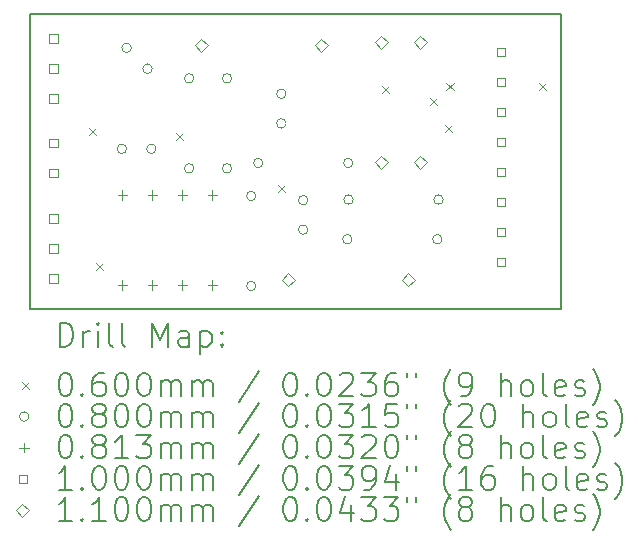
<source format=gbr>
%TF.GenerationSoftware,KiCad,Pcbnew,7.0.10-7.0.10~ubuntu20.04.1*%
%TF.CreationDate,2024-06-05T19:29:14-03:00*%
%TF.ProjectId,Condicionamento_compacto_V01a,436f6e64-6963-4696-9f6e-616d656e746f,rev?*%
%TF.SameCoordinates,Original*%
%TF.FileFunction,Drillmap*%
%TF.FilePolarity,Positive*%
%FSLAX45Y45*%
G04 Gerber Fmt 4.5, Leading zero omitted, Abs format (unit mm)*
G04 Created by KiCad (PCBNEW 7.0.10-7.0.10~ubuntu20.04.1) date 2024-06-05 19:29:14*
%MOMM*%
%LPD*%
G01*
G04 APERTURE LIST*
%ADD10C,0.150000*%
%ADD11C,0.200000*%
%ADD12C,0.100000*%
%ADD13C,0.110000*%
G04 APERTURE END LIST*
D10*
X12210000Y-8510000D02*
X16710000Y-8510000D01*
X16710000Y-8510000D02*
X16710000Y-11010000D01*
X12210000Y-11010000D02*
X16710000Y-11010000D01*
X12210000Y-8510000D02*
X12210000Y-11010000D01*
D11*
D12*
X12710600Y-9477260D02*
X12770600Y-9537260D01*
X12770600Y-9477260D02*
X12710600Y-9537260D01*
X12774460Y-10621350D02*
X12834460Y-10681350D01*
X12834460Y-10621350D02*
X12774460Y-10681350D01*
X13444160Y-9522570D02*
X13504160Y-9582570D01*
X13504160Y-9522570D02*
X13444160Y-9582570D01*
X14314790Y-9962810D02*
X14374790Y-10022810D01*
X14374790Y-9962810D02*
X14314790Y-10022810D01*
X15190760Y-9126220D02*
X15250760Y-9186220D01*
X15250760Y-9126220D02*
X15190760Y-9186220D01*
X15594920Y-9226260D02*
X15654920Y-9286260D01*
X15654920Y-9226260D02*
X15594920Y-9286260D01*
X15727180Y-9450680D02*
X15787180Y-9510680D01*
X15787180Y-9450680D02*
X15727180Y-9510680D01*
X15738050Y-9094870D02*
X15798050Y-9154870D01*
X15798050Y-9094870D02*
X15738050Y-9154870D01*
X16518130Y-9100000D02*
X16578130Y-9160000D01*
X16578130Y-9100000D02*
X16518130Y-9160000D01*
X13030000Y-9655000D02*
G75*
G03*
X12950000Y-9655000I-40000J0D01*
G01*
X12950000Y-9655000D02*
G75*
G03*
X13030000Y-9655000I40000J0D01*
G01*
X13070000Y-8800000D02*
G75*
G03*
X12990000Y-8800000I-40000J0D01*
G01*
X12990000Y-8800000D02*
G75*
G03*
X13070000Y-8800000I40000J0D01*
G01*
X13246777Y-8976777D02*
G75*
G03*
X13166777Y-8976777I-40000J0D01*
G01*
X13166777Y-8976777D02*
G75*
G03*
X13246777Y-8976777I40000J0D01*
G01*
X13280000Y-9655000D02*
G75*
G03*
X13200000Y-9655000I-40000J0D01*
G01*
X13200000Y-9655000D02*
G75*
G03*
X13280000Y-9655000I40000J0D01*
G01*
X13600000Y-9058000D02*
G75*
G03*
X13520000Y-9058000I-40000J0D01*
G01*
X13520000Y-9058000D02*
G75*
G03*
X13600000Y-9058000I40000J0D01*
G01*
X13600000Y-9820000D02*
G75*
G03*
X13520000Y-9820000I-40000J0D01*
G01*
X13520000Y-9820000D02*
G75*
G03*
X13600000Y-9820000I40000J0D01*
G01*
X13920000Y-9059000D02*
G75*
G03*
X13840000Y-9059000I-40000J0D01*
G01*
X13840000Y-9059000D02*
G75*
G03*
X13920000Y-9059000I40000J0D01*
G01*
X13920000Y-9821000D02*
G75*
G03*
X13840000Y-9821000I-40000J0D01*
G01*
X13840000Y-9821000D02*
G75*
G03*
X13920000Y-9821000I40000J0D01*
G01*
X14125510Y-10054000D02*
G75*
G03*
X14045510Y-10054000I-40000J0D01*
G01*
X14045510Y-10054000D02*
G75*
G03*
X14125510Y-10054000I40000J0D01*
G01*
X14125510Y-10816000D02*
G75*
G03*
X14045510Y-10816000I-40000J0D01*
G01*
X14045510Y-10816000D02*
G75*
G03*
X14125510Y-10816000I40000J0D01*
G01*
X14185000Y-9775000D02*
G75*
G03*
X14105000Y-9775000I-40000J0D01*
G01*
X14105000Y-9775000D02*
G75*
G03*
X14185000Y-9775000I40000J0D01*
G01*
X14380000Y-9190000D02*
G75*
G03*
X14300000Y-9190000I-40000J0D01*
G01*
X14300000Y-9190000D02*
G75*
G03*
X14380000Y-9190000I40000J0D01*
G01*
X14380000Y-9440000D02*
G75*
G03*
X14300000Y-9440000I-40000J0D01*
G01*
X14300000Y-9440000D02*
G75*
G03*
X14380000Y-9440000I40000J0D01*
G01*
X14565000Y-10090000D02*
G75*
G03*
X14485000Y-10090000I-40000J0D01*
G01*
X14485000Y-10090000D02*
G75*
G03*
X14565000Y-10090000I40000J0D01*
G01*
X14565000Y-10340000D02*
G75*
G03*
X14485000Y-10340000I-40000J0D01*
G01*
X14485000Y-10340000D02*
G75*
G03*
X14565000Y-10340000I40000J0D01*
G01*
X14939000Y-10420000D02*
G75*
G03*
X14859000Y-10420000I-40000J0D01*
G01*
X14859000Y-10420000D02*
G75*
G03*
X14939000Y-10420000I40000J0D01*
G01*
X14947000Y-9775000D02*
G75*
G03*
X14867000Y-9775000I-40000J0D01*
G01*
X14867000Y-9775000D02*
G75*
G03*
X14947000Y-9775000I40000J0D01*
G01*
X14949000Y-10085000D02*
G75*
G03*
X14869000Y-10085000I-40000J0D01*
G01*
X14869000Y-10085000D02*
G75*
G03*
X14949000Y-10085000I40000J0D01*
G01*
X15701000Y-10420000D02*
G75*
G03*
X15621000Y-10420000I-40000J0D01*
G01*
X15621000Y-10420000D02*
G75*
G03*
X15701000Y-10420000I40000J0D01*
G01*
X15711000Y-10085000D02*
G75*
G03*
X15631000Y-10085000I-40000J0D01*
G01*
X15631000Y-10085000D02*
G75*
G03*
X15711000Y-10085000I40000J0D01*
G01*
X12994510Y-10003360D02*
X12994510Y-10084640D01*
X12953870Y-10044000D02*
X13035150Y-10044000D01*
X12994510Y-10765360D02*
X12994510Y-10846640D01*
X12953870Y-10806000D02*
X13035150Y-10806000D01*
X13248510Y-10003360D02*
X13248510Y-10084640D01*
X13207870Y-10044000D02*
X13289150Y-10044000D01*
X13248510Y-10765360D02*
X13248510Y-10846640D01*
X13207870Y-10806000D02*
X13289150Y-10806000D01*
X13502510Y-10003360D02*
X13502510Y-10084640D01*
X13461870Y-10044000D02*
X13543150Y-10044000D01*
X13502510Y-10765360D02*
X13502510Y-10846640D01*
X13461870Y-10806000D02*
X13543150Y-10806000D01*
X13756510Y-10003360D02*
X13756510Y-10084640D01*
X13715870Y-10044000D02*
X13797150Y-10044000D01*
X13756510Y-10765360D02*
X13756510Y-10846640D01*
X13715870Y-10806000D02*
X13797150Y-10806000D01*
X12445356Y-9643856D02*
X12445356Y-9573144D01*
X12374644Y-9573144D01*
X12374644Y-9643856D01*
X12445356Y-9643856D01*
X12445356Y-9897856D02*
X12445356Y-9827144D01*
X12374644Y-9827144D01*
X12374644Y-9897856D01*
X12445356Y-9897856D01*
X12445356Y-10280356D02*
X12445356Y-10209644D01*
X12374644Y-10209644D01*
X12374644Y-10280356D01*
X12445356Y-10280356D01*
X12445356Y-10534356D02*
X12445356Y-10463644D01*
X12374644Y-10463644D01*
X12374644Y-10534356D01*
X12445356Y-10534356D01*
X12445356Y-10788356D02*
X12445356Y-10717644D01*
X12374644Y-10717644D01*
X12374644Y-10788356D01*
X12445356Y-10788356D01*
X12445856Y-8757356D02*
X12445856Y-8686644D01*
X12375144Y-8686644D01*
X12375144Y-8757356D01*
X12445856Y-8757356D01*
X12445856Y-9011356D02*
X12445856Y-8940644D01*
X12375144Y-8940644D01*
X12375144Y-9011356D01*
X12445856Y-9011356D01*
X12445856Y-9265356D02*
X12445856Y-9194644D01*
X12375144Y-9194644D01*
X12375144Y-9265356D01*
X12445856Y-9265356D01*
X16235356Y-8871356D02*
X16235356Y-8800644D01*
X16164644Y-8800644D01*
X16164644Y-8871356D01*
X16235356Y-8871356D01*
X16235356Y-9125356D02*
X16235356Y-9054644D01*
X16164644Y-9054644D01*
X16164644Y-9125356D01*
X16235356Y-9125356D01*
X16235356Y-9379356D02*
X16235356Y-9308644D01*
X16164644Y-9308644D01*
X16164644Y-9379356D01*
X16235356Y-9379356D01*
X16235356Y-9633356D02*
X16235356Y-9562644D01*
X16164644Y-9562644D01*
X16164644Y-9633356D01*
X16235356Y-9633356D01*
X16235356Y-9887356D02*
X16235356Y-9816644D01*
X16164644Y-9816644D01*
X16164644Y-9887356D01*
X16235356Y-9887356D01*
X16235356Y-10141356D02*
X16235356Y-10070644D01*
X16164644Y-10070644D01*
X16164644Y-10141356D01*
X16235356Y-10141356D01*
X16235356Y-10395356D02*
X16235356Y-10324644D01*
X16164644Y-10324644D01*
X16164644Y-10395356D01*
X16235356Y-10395356D01*
X16235356Y-10649356D02*
X16235356Y-10578644D01*
X16164644Y-10578644D01*
X16164644Y-10649356D01*
X16235356Y-10649356D01*
D13*
X13662000Y-8835000D02*
X13717000Y-8780000D01*
X13662000Y-8725000D01*
X13607000Y-8780000D01*
X13662000Y-8835000D01*
X14397000Y-10820000D02*
X14452000Y-10765000D01*
X14397000Y-10710000D01*
X14342000Y-10765000D01*
X14397000Y-10820000D01*
X14678000Y-8835000D02*
X14733000Y-8780000D01*
X14678000Y-8725000D01*
X14623000Y-8780000D01*
X14678000Y-8835000D01*
X15185000Y-8807000D02*
X15240000Y-8752000D01*
X15185000Y-8697000D01*
X15130000Y-8752000D01*
X15185000Y-8807000D01*
X15185000Y-9823000D02*
X15240000Y-9768000D01*
X15185000Y-9713000D01*
X15130000Y-9768000D01*
X15185000Y-9823000D01*
X15413000Y-10820000D02*
X15468000Y-10765000D01*
X15413000Y-10710000D01*
X15358000Y-10765000D01*
X15413000Y-10820000D01*
X15515000Y-8807000D02*
X15570000Y-8752000D01*
X15515000Y-8697000D01*
X15460000Y-8752000D01*
X15515000Y-8807000D01*
X15515000Y-9823000D02*
X15570000Y-9768000D01*
X15515000Y-9713000D01*
X15460000Y-9768000D01*
X15515000Y-9823000D01*
D11*
X12463277Y-11328984D02*
X12463277Y-11128984D01*
X12463277Y-11128984D02*
X12510896Y-11128984D01*
X12510896Y-11128984D02*
X12539467Y-11138508D01*
X12539467Y-11138508D02*
X12558515Y-11157555D01*
X12558515Y-11157555D02*
X12568039Y-11176603D01*
X12568039Y-11176603D02*
X12577562Y-11214698D01*
X12577562Y-11214698D02*
X12577562Y-11243269D01*
X12577562Y-11243269D02*
X12568039Y-11281365D01*
X12568039Y-11281365D02*
X12558515Y-11300412D01*
X12558515Y-11300412D02*
X12539467Y-11319460D01*
X12539467Y-11319460D02*
X12510896Y-11328984D01*
X12510896Y-11328984D02*
X12463277Y-11328984D01*
X12663277Y-11328984D02*
X12663277Y-11195650D01*
X12663277Y-11233746D02*
X12672801Y-11214698D01*
X12672801Y-11214698D02*
X12682324Y-11205174D01*
X12682324Y-11205174D02*
X12701372Y-11195650D01*
X12701372Y-11195650D02*
X12720420Y-11195650D01*
X12787086Y-11328984D02*
X12787086Y-11195650D01*
X12787086Y-11128984D02*
X12777562Y-11138508D01*
X12777562Y-11138508D02*
X12787086Y-11148031D01*
X12787086Y-11148031D02*
X12796610Y-11138508D01*
X12796610Y-11138508D02*
X12787086Y-11128984D01*
X12787086Y-11128984D02*
X12787086Y-11148031D01*
X12910896Y-11328984D02*
X12891848Y-11319460D01*
X12891848Y-11319460D02*
X12882324Y-11300412D01*
X12882324Y-11300412D02*
X12882324Y-11128984D01*
X13015658Y-11328984D02*
X12996610Y-11319460D01*
X12996610Y-11319460D02*
X12987086Y-11300412D01*
X12987086Y-11300412D02*
X12987086Y-11128984D01*
X13244229Y-11328984D02*
X13244229Y-11128984D01*
X13244229Y-11128984D02*
X13310896Y-11271841D01*
X13310896Y-11271841D02*
X13377562Y-11128984D01*
X13377562Y-11128984D02*
X13377562Y-11328984D01*
X13558515Y-11328984D02*
X13558515Y-11224222D01*
X13558515Y-11224222D02*
X13548991Y-11205174D01*
X13548991Y-11205174D02*
X13529943Y-11195650D01*
X13529943Y-11195650D02*
X13491848Y-11195650D01*
X13491848Y-11195650D02*
X13472801Y-11205174D01*
X13558515Y-11319460D02*
X13539467Y-11328984D01*
X13539467Y-11328984D02*
X13491848Y-11328984D01*
X13491848Y-11328984D02*
X13472801Y-11319460D01*
X13472801Y-11319460D02*
X13463277Y-11300412D01*
X13463277Y-11300412D02*
X13463277Y-11281365D01*
X13463277Y-11281365D02*
X13472801Y-11262317D01*
X13472801Y-11262317D02*
X13491848Y-11252793D01*
X13491848Y-11252793D02*
X13539467Y-11252793D01*
X13539467Y-11252793D02*
X13558515Y-11243269D01*
X13653753Y-11195650D02*
X13653753Y-11395650D01*
X13653753Y-11205174D02*
X13672801Y-11195650D01*
X13672801Y-11195650D02*
X13710896Y-11195650D01*
X13710896Y-11195650D02*
X13729943Y-11205174D01*
X13729943Y-11205174D02*
X13739467Y-11214698D01*
X13739467Y-11214698D02*
X13748991Y-11233746D01*
X13748991Y-11233746D02*
X13748991Y-11290888D01*
X13748991Y-11290888D02*
X13739467Y-11309936D01*
X13739467Y-11309936D02*
X13729943Y-11319460D01*
X13729943Y-11319460D02*
X13710896Y-11328984D01*
X13710896Y-11328984D02*
X13672801Y-11328984D01*
X13672801Y-11328984D02*
X13653753Y-11319460D01*
X13834705Y-11309936D02*
X13844229Y-11319460D01*
X13844229Y-11319460D02*
X13834705Y-11328984D01*
X13834705Y-11328984D02*
X13825182Y-11319460D01*
X13825182Y-11319460D02*
X13834705Y-11309936D01*
X13834705Y-11309936D02*
X13834705Y-11328984D01*
X13834705Y-11205174D02*
X13844229Y-11214698D01*
X13844229Y-11214698D02*
X13834705Y-11224222D01*
X13834705Y-11224222D02*
X13825182Y-11214698D01*
X13825182Y-11214698D02*
X13834705Y-11205174D01*
X13834705Y-11205174D02*
X13834705Y-11224222D01*
D12*
X12142500Y-11627500D02*
X12202500Y-11687500D01*
X12202500Y-11627500D02*
X12142500Y-11687500D01*
D11*
X12501372Y-11548984D02*
X12520420Y-11548984D01*
X12520420Y-11548984D02*
X12539467Y-11558508D01*
X12539467Y-11558508D02*
X12548991Y-11568031D01*
X12548991Y-11568031D02*
X12558515Y-11587079D01*
X12558515Y-11587079D02*
X12568039Y-11625174D01*
X12568039Y-11625174D02*
X12568039Y-11672793D01*
X12568039Y-11672793D02*
X12558515Y-11710888D01*
X12558515Y-11710888D02*
X12548991Y-11729936D01*
X12548991Y-11729936D02*
X12539467Y-11739460D01*
X12539467Y-11739460D02*
X12520420Y-11748984D01*
X12520420Y-11748984D02*
X12501372Y-11748984D01*
X12501372Y-11748984D02*
X12482324Y-11739460D01*
X12482324Y-11739460D02*
X12472801Y-11729936D01*
X12472801Y-11729936D02*
X12463277Y-11710888D01*
X12463277Y-11710888D02*
X12453753Y-11672793D01*
X12453753Y-11672793D02*
X12453753Y-11625174D01*
X12453753Y-11625174D02*
X12463277Y-11587079D01*
X12463277Y-11587079D02*
X12472801Y-11568031D01*
X12472801Y-11568031D02*
X12482324Y-11558508D01*
X12482324Y-11558508D02*
X12501372Y-11548984D01*
X12653753Y-11729936D02*
X12663277Y-11739460D01*
X12663277Y-11739460D02*
X12653753Y-11748984D01*
X12653753Y-11748984D02*
X12644229Y-11739460D01*
X12644229Y-11739460D02*
X12653753Y-11729936D01*
X12653753Y-11729936D02*
X12653753Y-11748984D01*
X12834705Y-11548984D02*
X12796610Y-11548984D01*
X12796610Y-11548984D02*
X12777562Y-11558508D01*
X12777562Y-11558508D02*
X12768039Y-11568031D01*
X12768039Y-11568031D02*
X12748991Y-11596603D01*
X12748991Y-11596603D02*
X12739467Y-11634698D01*
X12739467Y-11634698D02*
X12739467Y-11710888D01*
X12739467Y-11710888D02*
X12748991Y-11729936D01*
X12748991Y-11729936D02*
X12758515Y-11739460D01*
X12758515Y-11739460D02*
X12777562Y-11748984D01*
X12777562Y-11748984D02*
X12815658Y-11748984D01*
X12815658Y-11748984D02*
X12834705Y-11739460D01*
X12834705Y-11739460D02*
X12844229Y-11729936D01*
X12844229Y-11729936D02*
X12853753Y-11710888D01*
X12853753Y-11710888D02*
X12853753Y-11663269D01*
X12853753Y-11663269D02*
X12844229Y-11644222D01*
X12844229Y-11644222D02*
X12834705Y-11634698D01*
X12834705Y-11634698D02*
X12815658Y-11625174D01*
X12815658Y-11625174D02*
X12777562Y-11625174D01*
X12777562Y-11625174D02*
X12758515Y-11634698D01*
X12758515Y-11634698D02*
X12748991Y-11644222D01*
X12748991Y-11644222D02*
X12739467Y-11663269D01*
X12977562Y-11548984D02*
X12996610Y-11548984D01*
X12996610Y-11548984D02*
X13015658Y-11558508D01*
X13015658Y-11558508D02*
X13025182Y-11568031D01*
X13025182Y-11568031D02*
X13034705Y-11587079D01*
X13034705Y-11587079D02*
X13044229Y-11625174D01*
X13044229Y-11625174D02*
X13044229Y-11672793D01*
X13044229Y-11672793D02*
X13034705Y-11710888D01*
X13034705Y-11710888D02*
X13025182Y-11729936D01*
X13025182Y-11729936D02*
X13015658Y-11739460D01*
X13015658Y-11739460D02*
X12996610Y-11748984D01*
X12996610Y-11748984D02*
X12977562Y-11748984D01*
X12977562Y-11748984D02*
X12958515Y-11739460D01*
X12958515Y-11739460D02*
X12948991Y-11729936D01*
X12948991Y-11729936D02*
X12939467Y-11710888D01*
X12939467Y-11710888D02*
X12929943Y-11672793D01*
X12929943Y-11672793D02*
X12929943Y-11625174D01*
X12929943Y-11625174D02*
X12939467Y-11587079D01*
X12939467Y-11587079D02*
X12948991Y-11568031D01*
X12948991Y-11568031D02*
X12958515Y-11558508D01*
X12958515Y-11558508D02*
X12977562Y-11548984D01*
X13168039Y-11548984D02*
X13187086Y-11548984D01*
X13187086Y-11548984D02*
X13206134Y-11558508D01*
X13206134Y-11558508D02*
X13215658Y-11568031D01*
X13215658Y-11568031D02*
X13225182Y-11587079D01*
X13225182Y-11587079D02*
X13234705Y-11625174D01*
X13234705Y-11625174D02*
X13234705Y-11672793D01*
X13234705Y-11672793D02*
X13225182Y-11710888D01*
X13225182Y-11710888D02*
X13215658Y-11729936D01*
X13215658Y-11729936D02*
X13206134Y-11739460D01*
X13206134Y-11739460D02*
X13187086Y-11748984D01*
X13187086Y-11748984D02*
X13168039Y-11748984D01*
X13168039Y-11748984D02*
X13148991Y-11739460D01*
X13148991Y-11739460D02*
X13139467Y-11729936D01*
X13139467Y-11729936D02*
X13129943Y-11710888D01*
X13129943Y-11710888D02*
X13120420Y-11672793D01*
X13120420Y-11672793D02*
X13120420Y-11625174D01*
X13120420Y-11625174D02*
X13129943Y-11587079D01*
X13129943Y-11587079D02*
X13139467Y-11568031D01*
X13139467Y-11568031D02*
X13148991Y-11558508D01*
X13148991Y-11558508D02*
X13168039Y-11548984D01*
X13320420Y-11748984D02*
X13320420Y-11615650D01*
X13320420Y-11634698D02*
X13329943Y-11625174D01*
X13329943Y-11625174D02*
X13348991Y-11615650D01*
X13348991Y-11615650D02*
X13377563Y-11615650D01*
X13377563Y-11615650D02*
X13396610Y-11625174D01*
X13396610Y-11625174D02*
X13406134Y-11644222D01*
X13406134Y-11644222D02*
X13406134Y-11748984D01*
X13406134Y-11644222D02*
X13415658Y-11625174D01*
X13415658Y-11625174D02*
X13434705Y-11615650D01*
X13434705Y-11615650D02*
X13463277Y-11615650D01*
X13463277Y-11615650D02*
X13482324Y-11625174D01*
X13482324Y-11625174D02*
X13491848Y-11644222D01*
X13491848Y-11644222D02*
X13491848Y-11748984D01*
X13587086Y-11748984D02*
X13587086Y-11615650D01*
X13587086Y-11634698D02*
X13596610Y-11625174D01*
X13596610Y-11625174D02*
X13615658Y-11615650D01*
X13615658Y-11615650D02*
X13644229Y-11615650D01*
X13644229Y-11615650D02*
X13663277Y-11625174D01*
X13663277Y-11625174D02*
X13672801Y-11644222D01*
X13672801Y-11644222D02*
X13672801Y-11748984D01*
X13672801Y-11644222D02*
X13682324Y-11625174D01*
X13682324Y-11625174D02*
X13701372Y-11615650D01*
X13701372Y-11615650D02*
X13729943Y-11615650D01*
X13729943Y-11615650D02*
X13748991Y-11625174D01*
X13748991Y-11625174D02*
X13758515Y-11644222D01*
X13758515Y-11644222D02*
X13758515Y-11748984D01*
X14148991Y-11539460D02*
X13977563Y-11796603D01*
X14406134Y-11548984D02*
X14425182Y-11548984D01*
X14425182Y-11548984D02*
X14444229Y-11558508D01*
X14444229Y-11558508D02*
X14453753Y-11568031D01*
X14453753Y-11568031D02*
X14463277Y-11587079D01*
X14463277Y-11587079D02*
X14472801Y-11625174D01*
X14472801Y-11625174D02*
X14472801Y-11672793D01*
X14472801Y-11672793D02*
X14463277Y-11710888D01*
X14463277Y-11710888D02*
X14453753Y-11729936D01*
X14453753Y-11729936D02*
X14444229Y-11739460D01*
X14444229Y-11739460D02*
X14425182Y-11748984D01*
X14425182Y-11748984D02*
X14406134Y-11748984D01*
X14406134Y-11748984D02*
X14387086Y-11739460D01*
X14387086Y-11739460D02*
X14377563Y-11729936D01*
X14377563Y-11729936D02*
X14368039Y-11710888D01*
X14368039Y-11710888D02*
X14358515Y-11672793D01*
X14358515Y-11672793D02*
X14358515Y-11625174D01*
X14358515Y-11625174D02*
X14368039Y-11587079D01*
X14368039Y-11587079D02*
X14377563Y-11568031D01*
X14377563Y-11568031D02*
X14387086Y-11558508D01*
X14387086Y-11558508D02*
X14406134Y-11548984D01*
X14558515Y-11729936D02*
X14568039Y-11739460D01*
X14568039Y-11739460D02*
X14558515Y-11748984D01*
X14558515Y-11748984D02*
X14548991Y-11739460D01*
X14548991Y-11739460D02*
X14558515Y-11729936D01*
X14558515Y-11729936D02*
X14558515Y-11748984D01*
X14691848Y-11548984D02*
X14710896Y-11548984D01*
X14710896Y-11548984D02*
X14729944Y-11558508D01*
X14729944Y-11558508D02*
X14739467Y-11568031D01*
X14739467Y-11568031D02*
X14748991Y-11587079D01*
X14748991Y-11587079D02*
X14758515Y-11625174D01*
X14758515Y-11625174D02*
X14758515Y-11672793D01*
X14758515Y-11672793D02*
X14748991Y-11710888D01*
X14748991Y-11710888D02*
X14739467Y-11729936D01*
X14739467Y-11729936D02*
X14729944Y-11739460D01*
X14729944Y-11739460D02*
X14710896Y-11748984D01*
X14710896Y-11748984D02*
X14691848Y-11748984D01*
X14691848Y-11748984D02*
X14672801Y-11739460D01*
X14672801Y-11739460D02*
X14663277Y-11729936D01*
X14663277Y-11729936D02*
X14653753Y-11710888D01*
X14653753Y-11710888D02*
X14644229Y-11672793D01*
X14644229Y-11672793D02*
X14644229Y-11625174D01*
X14644229Y-11625174D02*
X14653753Y-11587079D01*
X14653753Y-11587079D02*
X14663277Y-11568031D01*
X14663277Y-11568031D02*
X14672801Y-11558508D01*
X14672801Y-11558508D02*
X14691848Y-11548984D01*
X14834706Y-11568031D02*
X14844229Y-11558508D01*
X14844229Y-11558508D02*
X14863277Y-11548984D01*
X14863277Y-11548984D02*
X14910896Y-11548984D01*
X14910896Y-11548984D02*
X14929944Y-11558508D01*
X14929944Y-11558508D02*
X14939467Y-11568031D01*
X14939467Y-11568031D02*
X14948991Y-11587079D01*
X14948991Y-11587079D02*
X14948991Y-11606127D01*
X14948991Y-11606127D02*
X14939467Y-11634698D01*
X14939467Y-11634698D02*
X14825182Y-11748984D01*
X14825182Y-11748984D02*
X14948991Y-11748984D01*
X15015658Y-11548984D02*
X15139467Y-11548984D01*
X15139467Y-11548984D02*
X15072801Y-11625174D01*
X15072801Y-11625174D02*
X15101372Y-11625174D01*
X15101372Y-11625174D02*
X15120420Y-11634698D01*
X15120420Y-11634698D02*
X15129944Y-11644222D01*
X15129944Y-11644222D02*
X15139467Y-11663269D01*
X15139467Y-11663269D02*
X15139467Y-11710888D01*
X15139467Y-11710888D02*
X15129944Y-11729936D01*
X15129944Y-11729936D02*
X15120420Y-11739460D01*
X15120420Y-11739460D02*
X15101372Y-11748984D01*
X15101372Y-11748984D02*
X15044229Y-11748984D01*
X15044229Y-11748984D02*
X15025182Y-11739460D01*
X15025182Y-11739460D02*
X15015658Y-11729936D01*
X15310896Y-11548984D02*
X15272801Y-11548984D01*
X15272801Y-11548984D02*
X15253753Y-11558508D01*
X15253753Y-11558508D02*
X15244229Y-11568031D01*
X15244229Y-11568031D02*
X15225182Y-11596603D01*
X15225182Y-11596603D02*
X15215658Y-11634698D01*
X15215658Y-11634698D02*
X15215658Y-11710888D01*
X15215658Y-11710888D02*
X15225182Y-11729936D01*
X15225182Y-11729936D02*
X15234706Y-11739460D01*
X15234706Y-11739460D02*
X15253753Y-11748984D01*
X15253753Y-11748984D02*
X15291848Y-11748984D01*
X15291848Y-11748984D02*
X15310896Y-11739460D01*
X15310896Y-11739460D02*
X15320420Y-11729936D01*
X15320420Y-11729936D02*
X15329944Y-11710888D01*
X15329944Y-11710888D02*
X15329944Y-11663269D01*
X15329944Y-11663269D02*
X15320420Y-11644222D01*
X15320420Y-11644222D02*
X15310896Y-11634698D01*
X15310896Y-11634698D02*
X15291848Y-11625174D01*
X15291848Y-11625174D02*
X15253753Y-11625174D01*
X15253753Y-11625174D02*
X15234706Y-11634698D01*
X15234706Y-11634698D02*
X15225182Y-11644222D01*
X15225182Y-11644222D02*
X15215658Y-11663269D01*
X15406134Y-11548984D02*
X15406134Y-11587079D01*
X15482325Y-11548984D02*
X15482325Y-11587079D01*
X15777563Y-11825174D02*
X15768039Y-11815650D01*
X15768039Y-11815650D02*
X15748991Y-11787079D01*
X15748991Y-11787079D02*
X15739468Y-11768031D01*
X15739468Y-11768031D02*
X15729944Y-11739460D01*
X15729944Y-11739460D02*
X15720420Y-11691841D01*
X15720420Y-11691841D02*
X15720420Y-11653746D01*
X15720420Y-11653746D02*
X15729944Y-11606127D01*
X15729944Y-11606127D02*
X15739468Y-11577555D01*
X15739468Y-11577555D02*
X15748991Y-11558508D01*
X15748991Y-11558508D02*
X15768039Y-11529936D01*
X15768039Y-11529936D02*
X15777563Y-11520412D01*
X15863277Y-11748984D02*
X15901372Y-11748984D01*
X15901372Y-11748984D02*
X15920420Y-11739460D01*
X15920420Y-11739460D02*
X15929944Y-11729936D01*
X15929944Y-11729936D02*
X15948991Y-11701365D01*
X15948991Y-11701365D02*
X15958515Y-11663269D01*
X15958515Y-11663269D02*
X15958515Y-11587079D01*
X15958515Y-11587079D02*
X15948991Y-11568031D01*
X15948991Y-11568031D02*
X15939468Y-11558508D01*
X15939468Y-11558508D02*
X15920420Y-11548984D01*
X15920420Y-11548984D02*
X15882325Y-11548984D01*
X15882325Y-11548984D02*
X15863277Y-11558508D01*
X15863277Y-11558508D02*
X15853753Y-11568031D01*
X15853753Y-11568031D02*
X15844229Y-11587079D01*
X15844229Y-11587079D02*
X15844229Y-11634698D01*
X15844229Y-11634698D02*
X15853753Y-11653746D01*
X15853753Y-11653746D02*
X15863277Y-11663269D01*
X15863277Y-11663269D02*
X15882325Y-11672793D01*
X15882325Y-11672793D02*
X15920420Y-11672793D01*
X15920420Y-11672793D02*
X15939468Y-11663269D01*
X15939468Y-11663269D02*
X15948991Y-11653746D01*
X15948991Y-11653746D02*
X15958515Y-11634698D01*
X16196610Y-11748984D02*
X16196610Y-11548984D01*
X16282325Y-11748984D02*
X16282325Y-11644222D01*
X16282325Y-11644222D02*
X16272801Y-11625174D01*
X16272801Y-11625174D02*
X16253753Y-11615650D01*
X16253753Y-11615650D02*
X16225182Y-11615650D01*
X16225182Y-11615650D02*
X16206134Y-11625174D01*
X16206134Y-11625174D02*
X16196610Y-11634698D01*
X16406134Y-11748984D02*
X16387087Y-11739460D01*
X16387087Y-11739460D02*
X16377563Y-11729936D01*
X16377563Y-11729936D02*
X16368039Y-11710888D01*
X16368039Y-11710888D02*
X16368039Y-11653746D01*
X16368039Y-11653746D02*
X16377563Y-11634698D01*
X16377563Y-11634698D02*
X16387087Y-11625174D01*
X16387087Y-11625174D02*
X16406134Y-11615650D01*
X16406134Y-11615650D02*
X16434706Y-11615650D01*
X16434706Y-11615650D02*
X16453753Y-11625174D01*
X16453753Y-11625174D02*
X16463277Y-11634698D01*
X16463277Y-11634698D02*
X16472801Y-11653746D01*
X16472801Y-11653746D02*
X16472801Y-11710888D01*
X16472801Y-11710888D02*
X16463277Y-11729936D01*
X16463277Y-11729936D02*
X16453753Y-11739460D01*
X16453753Y-11739460D02*
X16434706Y-11748984D01*
X16434706Y-11748984D02*
X16406134Y-11748984D01*
X16587087Y-11748984D02*
X16568039Y-11739460D01*
X16568039Y-11739460D02*
X16558515Y-11720412D01*
X16558515Y-11720412D02*
X16558515Y-11548984D01*
X16739468Y-11739460D02*
X16720420Y-11748984D01*
X16720420Y-11748984D02*
X16682325Y-11748984D01*
X16682325Y-11748984D02*
X16663277Y-11739460D01*
X16663277Y-11739460D02*
X16653753Y-11720412D01*
X16653753Y-11720412D02*
X16653753Y-11644222D01*
X16653753Y-11644222D02*
X16663277Y-11625174D01*
X16663277Y-11625174D02*
X16682325Y-11615650D01*
X16682325Y-11615650D02*
X16720420Y-11615650D01*
X16720420Y-11615650D02*
X16739468Y-11625174D01*
X16739468Y-11625174D02*
X16748991Y-11644222D01*
X16748991Y-11644222D02*
X16748991Y-11663269D01*
X16748991Y-11663269D02*
X16653753Y-11682317D01*
X16825182Y-11739460D02*
X16844230Y-11748984D01*
X16844230Y-11748984D02*
X16882325Y-11748984D01*
X16882325Y-11748984D02*
X16901373Y-11739460D01*
X16901373Y-11739460D02*
X16910896Y-11720412D01*
X16910896Y-11720412D02*
X16910896Y-11710888D01*
X16910896Y-11710888D02*
X16901373Y-11691841D01*
X16901373Y-11691841D02*
X16882325Y-11682317D01*
X16882325Y-11682317D02*
X16853753Y-11682317D01*
X16853753Y-11682317D02*
X16834706Y-11672793D01*
X16834706Y-11672793D02*
X16825182Y-11653746D01*
X16825182Y-11653746D02*
X16825182Y-11644222D01*
X16825182Y-11644222D02*
X16834706Y-11625174D01*
X16834706Y-11625174D02*
X16853753Y-11615650D01*
X16853753Y-11615650D02*
X16882325Y-11615650D01*
X16882325Y-11615650D02*
X16901373Y-11625174D01*
X16977563Y-11825174D02*
X16987087Y-11815650D01*
X16987087Y-11815650D02*
X17006134Y-11787079D01*
X17006134Y-11787079D02*
X17015658Y-11768031D01*
X17015658Y-11768031D02*
X17025182Y-11739460D01*
X17025182Y-11739460D02*
X17034706Y-11691841D01*
X17034706Y-11691841D02*
X17034706Y-11653746D01*
X17034706Y-11653746D02*
X17025182Y-11606127D01*
X17025182Y-11606127D02*
X17015658Y-11577555D01*
X17015658Y-11577555D02*
X17006134Y-11558508D01*
X17006134Y-11558508D02*
X16987087Y-11529936D01*
X16987087Y-11529936D02*
X16977563Y-11520412D01*
D12*
X12202500Y-11921500D02*
G75*
G03*
X12122500Y-11921500I-40000J0D01*
G01*
X12122500Y-11921500D02*
G75*
G03*
X12202500Y-11921500I40000J0D01*
G01*
D11*
X12501372Y-11812984D02*
X12520420Y-11812984D01*
X12520420Y-11812984D02*
X12539467Y-11822508D01*
X12539467Y-11822508D02*
X12548991Y-11832031D01*
X12548991Y-11832031D02*
X12558515Y-11851079D01*
X12558515Y-11851079D02*
X12568039Y-11889174D01*
X12568039Y-11889174D02*
X12568039Y-11936793D01*
X12568039Y-11936793D02*
X12558515Y-11974888D01*
X12558515Y-11974888D02*
X12548991Y-11993936D01*
X12548991Y-11993936D02*
X12539467Y-12003460D01*
X12539467Y-12003460D02*
X12520420Y-12012984D01*
X12520420Y-12012984D02*
X12501372Y-12012984D01*
X12501372Y-12012984D02*
X12482324Y-12003460D01*
X12482324Y-12003460D02*
X12472801Y-11993936D01*
X12472801Y-11993936D02*
X12463277Y-11974888D01*
X12463277Y-11974888D02*
X12453753Y-11936793D01*
X12453753Y-11936793D02*
X12453753Y-11889174D01*
X12453753Y-11889174D02*
X12463277Y-11851079D01*
X12463277Y-11851079D02*
X12472801Y-11832031D01*
X12472801Y-11832031D02*
X12482324Y-11822508D01*
X12482324Y-11822508D02*
X12501372Y-11812984D01*
X12653753Y-11993936D02*
X12663277Y-12003460D01*
X12663277Y-12003460D02*
X12653753Y-12012984D01*
X12653753Y-12012984D02*
X12644229Y-12003460D01*
X12644229Y-12003460D02*
X12653753Y-11993936D01*
X12653753Y-11993936D02*
X12653753Y-12012984D01*
X12777562Y-11898698D02*
X12758515Y-11889174D01*
X12758515Y-11889174D02*
X12748991Y-11879650D01*
X12748991Y-11879650D02*
X12739467Y-11860603D01*
X12739467Y-11860603D02*
X12739467Y-11851079D01*
X12739467Y-11851079D02*
X12748991Y-11832031D01*
X12748991Y-11832031D02*
X12758515Y-11822508D01*
X12758515Y-11822508D02*
X12777562Y-11812984D01*
X12777562Y-11812984D02*
X12815658Y-11812984D01*
X12815658Y-11812984D02*
X12834705Y-11822508D01*
X12834705Y-11822508D02*
X12844229Y-11832031D01*
X12844229Y-11832031D02*
X12853753Y-11851079D01*
X12853753Y-11851079D02*
X12853753Y-11860603D01*
X12853753Y-11860603D02*
X12844229Y-11879650D01*
X12844229Y-11879650D02*
X12834705Y-11889174D01*
X12834705Y-11889174D02*
X12815658Y-11898698D01*
X12815658Y-11898698D02*
X12777562Y-11898698D01*
X12777562Y-11898698D02*
X12758515Y-11908222D01*
X12758515Y-11908222D02*
X12748991Y-11917746D01*
X12748991Y-11917746D02*
X12739467Y-11936793D01*
X12739467Y-11936793D02*
X12739467Y-11974888D01*
X12739467Y-11974888D02*
X12748991Y-11993936D01*
X12748991Y-11993936D02*
X12758515Y-12003460D01*
X12758515Y-12003460D02*
X12777562Y-12012984D01*
X12777562Y-12012984D02*
X12815658Y-12012984D01*
X12815658Y-12012984D02*
X12834705Y-12003460D01*
X12834705Y-12003460D02*
X12844229Y-11993936D01*
X12844229Y-11993936D02*
X12853753Y-11974888D01*
X12853753Y-11974888D02*
X12853753Y-11936793D01*
X12853753Y-11936793D02*
X12844229Y-11917746D01*
X12844229Y-11917746D02*
X12834705Y-11908222D01*
X12834705Y-11908222D02*
X12815658Y-11898698D01*
X12977562Y-11812984D02*
X12996610Y-11812984D01*
X12996610Y-11812984D02*
X13015658Y-11822508D01*
X13015658Y-11822508D02*
X13025182Y-11832031D01*
X13025182Y-11832031D02*
X13034705Y-11851079D01*
X13034705Y-11851079D02*
X13044229Y-11889174D01*
X13044229Y-11889174D02*
X13044229Y-11936793D01*
X13044229Y-11936793D02*
X13034705Y-11974888D01*
X13034705Y-11974888D02*
X13025182Y-11993936D01*
X13025182Y-11993936D02*
X13015658Y-12003460D01*
X13015658Y-12003460D02*
X12996610Y-12012984D01*
X12996610Y-12012984D02*
X12977562Y-12012984D01*
X12977562Y-12012984D02*
X12958515Y-12003460D01*
X12958515Y-12003460D02*
X12948991Y-11993936D01*
X12948991Y-11993936D02*
X12939467Y-11974888D01*
X12939467Y-11974888D02*
X12929943Y-11936793D01*
X12929943Y-11936793D02*
X12929943Y-11889174D01*
X12929943Y-11889174D02*
X12939467Y-11851079D01*
X12939467Y-11851079D02*
X12948991Y-11832031D01*
X12948991Y-11832031D02*
X12958515Y-11822508D01*
X12958515Y-11822508D02*
X12977562Y-11812984D01*
X13168039Y-11812984D02*
X13187086Y-11812984D01*
X13187086Y-11812984D02*
X13206134Y-11822508D01*
X13206134Y-11822508D02*
X13215658Y-11832031D01*
X13215658Y-11832031D02*
X13225182Y-11851079D01*
X13225182Y-11851079D02*
X13234705Y-11889174D01*
X13234705Y-11889174D02*
X13234705Y-11936793D01*
X13234705Y-11936793D02*
X13225182Y-11974888D01*
X13225182Y-11974888D02*
X13215658Y-11993936D01*
X13215658Y-11993936D02*
X13206134Y-12003460D01*
X13206134Y-12003460D02*
X13187086Y-12012984D01*
X13187086Y-12012984D02*
X13168039Y-12012984D01*
X13168039Y-12012984D02*
X13148991Y-12003460D01*
X13148991Y-12003460D02*
X13139467Y-11993936D01*
X13139467Y-11993936D02*
X13129943Y-11974888D01*
X13129943Y-11974888D02*
X13120420Y-11936793D01*
X13120420Y-11936793D02*
X13120420Y-11889174D01*
X13120420Y-11889174D02*
X13129943Y-11851079D01*
X13129943Y-11851079D02*
X13139467Y-11832031D01*
X13139467Y-11832031D02*
X13148991Y-11822508D01*
X13148991Y-11822508D02*
X13168039Y-11812984D01*
X13320420Y-12012984D02*
X13320420Y-11879650D01*
X13320420Y-11898698D02*
X13329943Y-11889174D01*
X13329943Y-11889174D02*
X13348991Y-11879650D01*
X13348991Y-11879650D02*
X13377563Y-11879650D01*
X13377563Y-11879650D02*
X13396610Y-11889174D01*
X13396610Y-11889174D02*
X13406134Y-11908222D01*
X13406134Y-11908222D02*
X13406134Y-12012984D01*
X13406134Y-11908222D02*
X13415658Y-11889174D01*
X13415658Y-11889174D02*
X13434705Y-11879650D01*
X13434705Y-11879650D02*
X13463277Y-11879650D01*
X13463277Y-11879650D02*
X13482324Y-11889174D01*
X13482324Y-11889174D02*
X13491848Y-11908222D01*
X13491848Y-11908222D02*
X13491848Y-12012984D01*
X13587086Y-12012984D02*
X13587086Y-11879650D01*
X13587086Y-11898698D02*
X13596610Y-11889174D01*
X13596610Y-11889174D02*
X13615658Y-11879650D01*
X13615658Y-11879650D02*
X13644229Y-11879650D01*
X13644229Y-11879650D02*
X13663277Y-11889174D01*
X13663277Y-11889174D02*
X13672801Y-11908222D01*
X13672801Y-11908222D02*
X13672801Y-12012984D01*
X13672801Y-11908222D02*
X13682324Y-11889174D01*
X13682324Y-11889174D02*
X13701372Y-11879650D01*
X13701372Y-11879650D02*
X13729943Y-11879650D01*
X13729943Y-11879650D02*
X13748991Y-11889174D01*
X13748991Y-11889174D02*
X13758515Y-11908222D01*
X13758515Y-11908222D02*
X13758515Y-12012984D01*
X14148991Y-11803460D02*
X13977563Y-12060603D01*
X14406134Y-11812984D02*
X14425182Y-11812984D01*
X14425182Y-11812984D02*
X14444229Y-11822508D01*
X14444229Y-11822508D02*
X14453753Y-11832031D01*
X14453753Y-11832031D02*
X14463277Y-11851079D01*
X14463277Y-11851079D02*
X14472801Y-11889174D01*
X14472801Y-11889174D02*
X14472801Y-11936793D01*
X14472801Y-11936793D02*
X14463277Y-11974888D01*
X14463277Y-11974888D02*
X14453753Y-11993936D01*
X14453753Y-11993936D02*
X14444229Y-12003460D01*
X14444229Y-12003460D02*
X14425182Y-12012984D01*
X14425182Y-12012984D02*
X14406134Y-12012984D01*
X14406134Y-12012984D02*
X14387086Y-12003460D01*
X14387086Y-12003460D02*
X14377563Y-11993936D01*
X14377563Y-11993936D02*
X14368039Y-11974888D01*
X14368039Y-11974888D02*
X14358515Y-11936793D01*
X14358515Y-11936793D02*
X14358515Y-11889174D01*
X14358515Y-11889174D02*
X14368039Y-11851079D01*
X14368039Y-11851079D02*
X14377563Y-11832031D01*
X14377563Y-11832031D02*
X14387086Y-11822508D01*
X14387086Y-11822508D02*
X14406134Y-11812984D01*
X14558515Y-11993936D02*
X14568039Y-12003460D01*
X14568039Y-12003460D02*
X14558515Y-12012984D01*
X14558515Y-12012984D02*
X14548991Y-12003460D01*
X14548991Y-12003460D02*
X14558515Y-11993936D01*
X14558515Y-11993936D02*
X14558515Y-12012984D01*
X14691848Y-11812984D02*
X14710896Y-11812984D01*
X14710896Y-11812984D02*
X14729944Y-11822508D01*
X14729944Y-11822508D02*
X14739467Y-11832031D01*
X14739467Y-11832031D02*
X14748991Y-11851079D01*
X14748991Y-11851079D02*
X14758515Y-11889174D01*
X14758515Y-11889174D02*
X14758515Y-11936793D01*
X14758515Y-11936793D02*
X14748991Y-11974888D01*
X14748991Y-11974888D02*
X14739467Y-11993936D01*
X14739467Y-11993936D02*
X14729944Y-12003460D01*
X14729944Y-12003460D02*
X14710896Y-12012984D01*
X14710896Y-12012984D02*
X14691848Y-12012984D01*
X14691848Y-12012984D02*
X14672801Y-12003460D01*
X14672801Y-12003460D02*
X14663277Y-11993936D01*
X14663277Y-11993936D02*
X14653753Y-11974888D01*
X14653753Y-11974888D02*
X14644229Y-11936793D01*
X14644229Y-11936793D02*
X14644229Y-11889174D01*
X14644229Y-11889174D02*
X14653753Y-11851079D01*
X14653753Y-11851079D02*
X14663277Y-11832031D01*
X14663277Y-11832031D02*
X14672801Y-11822508D01*
X14672801Y-11822508D02*
X14691848Y-11812984D01*
X14825182Y-11812984D02*
X14948991Y-11812984D01*
X14948991Y-11812984D02*
X14882325Y-11889174D01*
X14882325Y-11889174D02*
X14910896Y-11889174D01*
X14910896Y-11889174D02*
X14929944Y-11898698D01*
X14929944Y-11898698D02*
X14939467Y-11908222D01*
X14939467Y-11908222D02*
X14948991Y-11927269D01*
X14948991Y-11927269D02*
X14948991Y-11974888D01*
X14948991Y-11974888D02*
X14939467Y-11993936D01*
X14939467Y-11993936D02*
X14929944Y-12003460D01*
X14929944Y-12003460D02*
X14910896Y-12012984D01*
X14910896Y-12012984D02*
X14853753Y-12012984D01*
X14853753Y-12012984D02*
X14834706Y-12003460D01*
X14834706Y-12003460D02*
X14825182Y-11993936D01*
X15139467Y-12012984D02*
X15025182Y-12012984D01*
X15082325Y-12012984D02*
X15082325Y-11812984D01*
X15082325Y-11812984D02*
X15063277Y-11841555D01*
X15063277Y-11841555D02*
X15044229Y-11860603D01*
X15044229Y-11860603D02*
X15025182Y-11870127D01*
X15320420Y-11812984D02*
X15225182Y-11812984D01*
X15225182Y-11812984D02*
X15215658Y-11908222D01*
X15215658Y-11908222D02*
X15225182Y-11898698D01*
X15225182Y-11898698D02*
X15244229Y-11889174D01*
X15244229Y-11889174D02*
X15291848Y-11889174D01*
X15291848Y-11889174D02*
X15310896Y-11898698D01*
X15310896Y-11898698D02*
X15320420Y-11908222D01*
X15320420Y-11908222D02*
X15329944Y-11927269D01*
X15329944Y-11927269D02*
X15329944Y-11974888D01*
X15329944Y-11974888D02*
X15320420Y-11993936D01*
X15320420Y-11993936D02*
X15310896Y-12003460D01*
X15310896Y-12003460D02*
X15291848Y-12012984D01*
X15291848Y-12012984D02*
X15244229Y-12012984D01*
X15244229Y-12012984D02*
X15225182Y-12003460D01*
X15225182Y-12003460D02*
X15215658Y-11993936D01*
X15406134Y-11812984D02*
X15406134Y-11851079D01*
X15482325Y-11812984D02*
X15482325Y-11851079D01*
X15777563Y-12089174D02*
X15768039Y-12079650D01*
X15768039Y-12079650D02*
X15748991Y-12051079D01*
X15748991Y-12051079D02*
X15739468Y-12032031D01*
X15739468Y-12032031D02*
X15729944Y-12003460D01*
X15729944Y-12003460D02*
X15720420Y-11955841D01*
X15720420Y-11955841D02*
X15720420Y-11917746D01*
X15720420Y-11917746D02*
X15729944Y-11870127D01*
X15729944Y-11870127D02*
X15739468Y-11841555D01*
X15739468Y-11841555D02*
X15748991Y-11822508D01*
X15748991Y-11822508D02*
X15768039Y-11793936D01*
X15768039Y-11793936D02*
X15777563Y-11784412D01*
X15844229Y-11832031D02*
X15853753Y-11822508D01*
X15853753Y-11822508D02*
X15872801Y-11812984D01*
X15872801Y-11812984D02*
X15920420Y-11812984D01*
X15920420Y-11812984D02*
X15939468Y-11822508D01*
X15939468Y-11822508D02*
X15948991Y-11832031D01*
X15948991Y-11832031D02*
X15958515Y-11851079D01*
X15958515Y-11851079D02*
X15958515Y-11870127D01*
X15958515Y-11870127D02*
X15948991Y-11898698D01*
X15948991Y-11898698D02*
X15834706Y-12012984D01*
X15834706Y-12012984D02*
X15958515Y-12012984D01*
X16082325Y-11812984D02*
X16101372Y-11812984D01*
X16101372Y-11812984D02*
X16120420Y-11822508D01*
X16120420Y-11822508D02*
X16129944Y-11832031D01*
X16129944Y-11832031D02*
X16139468Y-11851079D01*
X16139468Y-11851079D02*
X16148991Y-11889174D01*
X16148991Y-11889174D02*
X16148991Y-11936793D01*
X16148991Y-11936793D02*
X16139468Y-11974888D01*
X16139468Y-11974888D02*
X16129944Y-11993936D01*
X16129944Y-11993936D02*
X16120420Y-12003460D01*
X16120420Y-12003460D02*
X16101372Y-12012984D01*
X16101372Y-12012984D02*
X16082325Y-12012984D01*
X16082325Y-12012984D02*
X16063277Y-12003460D01*
X16063277Y-12003460D02*
X16053753Y-11993936D01*
X16053753Y-11993936D02*
X16044229Y-11974888D01*
X16044229Y-11974888D02*
X16034706Y-11936793D01*
X16034706Y-11936793D02*
X16034706Y-11889174D01*
X16034706Y-11889174D02*
X16044229Y-11851079D01*
X16044229Y-11851079D02*
X16053753Y-11832031D01*
X16053753Y-11832031D02*
X16063277Y-11822508D01*
X16063277Y-11822508D02*
X16082325Y-11812984D01*
X16387087Y-12012984D02*
X16387087Y-11812984D01*
X16472801Y-12012984D02*
X16472801Y-11908222D01*
X16472801Y-11908222D02*
X16463277Y-11889174D01*
X16463277Y-11889174D02*
X16444230Y-11879650D01*
X16444230Y-11879650D02*
X16415658Y-11879650D01*
X16415658Y-11879650D02*
X16396610Y-11889174D01*
X16396610Y-11889174D02*
X16387087Y-11898698D01*
X16596610Y-12012984D02*
X16577563Y-12003460D01*
X16577563Y-12003460D02*
X16568039Y-11993936D01*
X16568039Y-11993936D02*
X16558515Y-11974888D01*
X16558515Y-11974888D02*
X16558515Y-11917746D01*
X16558515Y-11917746D02*
X16568039Y-11898698D01*
X16568039Y-11898698D02*
X16577563Y-11889174D01*
X16577563Y-11889174D02*
X16596610Y-11879650D01*
X16596610Y-11879650D02*
X16625182Y-11879650D01*
X16625182Y-11879650D02*
X16644230Y-11889174D01*
X16644230Y-11889174D02*
X16653753Y-11898698D01*
X16653753Y-11898698D02*
X16663277Y-11917746D01*
X16663277Y-11917746D02*
X16663277Y-11974888D01*
X16663277Y-11974888D02*
X16653753Y-11993936D01*
X16653753Y-11993936D02*
X16644230Y-12003460D01*
X16644230Y-12003460D02*
X16625182Y-12012984D01*
X16625182Y-12012984D02*
X16596610Y-12012984D01*
X16777563Y-12012984D02*
X16758515Y-12003460D01*
X16758515Y-12003460D02*
X16748991Y-11984412D01*
X16748991Y-11984412D02*
X16748991Y-11812984D01*
X16929944Y-12003460D02*
X16910896Y-12012984D01*
X16910896Y-12012984D02*
X16872801Y-12012984D01*
X16872801Y-12012984D02*
X16853753Y-12003460D01*
X16853753Y-12003460D02*
X16844230Y-11984412D01*
X16844230Y-11984412D02*
X16844230Y-11908222D01*
X16844230Y-11908222D02*
X16853753Y-11889174D01*
X16853753Y-11889174D02*
X16872801Y-11879650D01*
X16872801Y-11879650D02*
X16910896Y-11879650D01*
X16910896Y-11879650D02*
X16929944Y-11889174D01*
X16929944Y-11889174D02*
X16939468Y-11908222D01*
X16939468Y-11908222D02*
X16939468Y-11927269D01*
X16939468Y-11927269D02*
X16844230Y-11946317D01*
X17015658Y-12003460D02*
X17034706Y-12012984D01*
X17034706Y-12012984D02*
X17072801Y-12012984D01*
X17072801Y-12012984D02*
X17091849Y-12003460D01*
X17091849Y-12003460D02*
X17101373Y-11984412D01*
X17101373Y-11984412D02*
X17101373Y-11974888D01*
X17101373Y-11974888D02*
X17091849Y-11955841D01*
X17091849Y-11955841D02*
X17072801Y-11946317D01*
X17072801Y-11946317D02*
X17044230Y-11946317D01*
X17044230Y-11946317D02*
X17025182Y-11936793D01*
X17025182Y-11936793D02*
X17015658Y-11917746D01*
X17015658Y-11917746D02*
X17015658Y-11908222D01*
X17015658Y-11908222D02*
X17025182Y-11889174D01*
X17025182Y-11889174D02*
X17044230Y-11879650D01*
X17044230Y-11879650D02*
X17072801Y-11879650D01*
X17072801Y-11879650D02*
X17091849Y-11889174D01*
X17168039Y-12089174D02*
X17177563Y-12079650D01*
X17177563Y-12079650D02*
X17196611Y-12051079D01*
X17196611Y-12051079D02*
X17206134Y-12032031D01*
X17206134Y-12032031D02*
X17215658Y-12003460D01*
X17215658Y-12003460D02*
X17225182Y-11955841D01*
X17225182Y-11955841D02*
X17225182Y-11917746D01*
X17225182Y-11917746D02*
X17215658Y-11870127D01*
X17215658Y-11870127D02*
X17206134Y-11841555D01*
X17206134Y-11841555D02*
X17196611Y-11822508D01*
X17196611Y-11822508D02*
X17177563Y-11793936D01*
X17177563Y-11793936D02*
X17168039Y-11784412D01*
D12*
X12161860Y-12144860D02*
X12161860Y-12226140D01*
X12121220Y-12185500D02*
X12202500Y-12185500D01*
D11*
X12501372Y-12076984D02*
X12520420Y-12076984D01*
X12520420Y-12076984D02*
X12539467Y-12086508D01*
X12539467Y-12086508D02*
X12548991Y-12096031D01*
X12548991Y-12096031D02*
X12558515Y-12115079D01*
X12558515Y-12115079D02*
X12568039Y-12153174D01*
X12568039Y-12153174D02*
X12568039Y-12200793D01*
X12568039Y-12200793D02*
X12558515Y-12238888D01*
X12558515Y-12238888D02*
X12548991Y-12257936D01*
X12548991Y-12257936D02*
X12539467Y-12267460D01*
X12539467Y-12267460D02*
X12520420Y-12276984D01*
X12520420Y-12276984D02*
X12501372Y-12276984D01*
X12501372Y-12276984D02*
X12482324Y-12267460D01*
X12482324Y-12267460D02*
X12472801Y-12257936D01*
X12472801Y-12257936D02*
X12463277Y-12238888D01*
X12463277Y-12238888D02*
X12453753Y-12200793D01*
X12453753Y-12200793D02*
X12453753Y-12153174D01*
X12453753Y-12153174D02*
X12463277Y-12115079D01*
X12463277Y-12115079D02*
X12472801Y-12096031D01*
X12472801Y-12096031D02*
X12482324Y-12086508D01*
X12482324Y-12086508D02*
X12501372Y-12076984D01*
X12653753Y-12257936D02*
X12663277Y-12267460D01*
X12663277Y-12267460D02*
X12653753Y-12276984D01*
X12653753Y-12276984D02*
X12644229Y-12267460D01*
X12644229Y-12267460D02*
X12653753Y-12257936D01*
X12653753Y-12257936D02*
X12653753Y-12276984D01*
X12777562Y-12162698D02*
X12758515Y-12153174D01*
X12758515Y-12153174D02*
X12748991Y-12143650D01*
X12748991Y-12143650D02*
X12739467Y-12124603D01*
X12739467Y-12124603D02*
X12739467Y-12115079D01*
X12739467Y-12115079D02*
X12748991Y-12096031D01*
X12748991Y-12096031D02*
X12758515Y-12086508D01*
X12758515Y-12086508D02*
X12777562Y-12076984D01*
X12777562Y-12076984D02*
X12815658Y-12076984D01*
X12815658Y-12076984D02*
X12834705Y-12086508D01*
X12834705Y-12086508D02*
X12844229Y-12096031D01*
X12844229Y-12096031D02*
X12853753Y-12115079D01*
X12853753Y-12115079D02*
X12853753Y-12124603D01*
X12853753Y-12124603D02*
X12844229Y-12143650D01*
X12844229Y-12143650D02*
X12834705Y-12153174D01*
X12834705Y-12153174D02*
X12815658Y-12162698D01*
X12815658Y-12162698D02*
X12777562Y-12162698D01*
X12777562Y-12162698D02*
X12758515Y-12172222D01*
X12758515Y-12172222D02*
X12748991Y-12181746D01*
X12748991Y-12181746D02*
X12739467Y-12200793D01*
X12739467Y-12200793D02*
X12739467Y-12238888D01*
X12739467Y-12238888D02*
X12748991Y-12257936D01*
X12748991Y-12257936D02*
X12758515Y-12267460D01*
X12758515Y-12267460D02*
X12777562Y-12276984D01*
X12777562Y-12276984D02*
X12815658Y-12276984D01*
X12815658Y-12276984D02*
X12834705Y-12267460D01*
X12834705Y-12267460D02*
X12844229Y-12257936D01*
X12844229Y-12257936D02*
X12853753Y-12238888D01*
X12853753Y-12238888D02*
X12853753Y-12200793D01*
X12853753Y-12200793D02*
X12844229Y-12181746D01*
X12844229Y-12181746D02*
X12834705Y-12172222D01*
X12834705Y-12172222D02*
X12815658Y-12162698D01*
X13044229Y-12276984D02*
X12929943Y-12276984D01*
X12987086Y-12276984D02*
X12987086Y-12076984D01*
X12987086Y-12076984D02*
X12968039Y-12105555D01*
X12968039Y-12105555D02*
X12948991Y-12124603D01*
X12948991Y-12124603D02*
X12929943Y-12134127D01*
X13110896Y-12076984D02*
X13234705Y-12076984D01*
X13234705Y-12076984D02*
X13168039Y-12153174D01*
X13168039Y-12153174D02*
X13196610Y-12153174D01*
X13196610Y-12153174D02*
X13215658Y-12162698D01*
X13215658Y-12162698D02*
X13225182Y-12172222D01*
X13225182Y-12172222D02*
X13234705Y-12191269D01*
X13234705Y-12191269D02*
X13234705Y-12238888D01*
X13234705Y-12238888D02*
X13225182Y-12257936D01*
X13225182Y-12257936D02*
X13215658Y-12267460D01*
X13215658Y-12267460D02*
X13196610Y-12276984D01*
X13196610Y-12276984D02*
X13139467Y-12276984D01*
X13139467Y-12276984D02*
X13120420Y-12267460D01*
X13120420Y-12267460D02*
X13110896Y-12257936D01*
X13320420Y-12276984D02*
X13320420Y-12143650D01*
X13320420Y-12162698D02*
X13329943Y-12153174D01*
X13329943Y-12153174D02*
X13348991Y-12143650D01*
X13348991Y-12143650D02*
X13377563Y-12143650D01*
X13377563Y-12143650D02*
X13396610Y-12153174D01*
X13396610Y-12153174D02*
X13406134Y-12172222D01*
X13406134Y-12172222D02*
X13406134Y-12276984D01*
X13406134Y-12172222D02*
X13415658Y-12153174D01*
X13415658Y-12153174D02*
X13434705Y-12143650D01*
X13434705Y-12143650D02*
X13463277Y-12143650D01*
X13463277Y-12143650D02*
X13482324Y-12153174D01*
X13482324Y-12153174D02*
X13491848Y-12172222D01*
X13491848Y-12172222D02*
X13491848Y-12276984D01*
X13587086Y-12276984D02*
X13587086Y-12143650D01*
X13587086Y-12162698D02*
X13596610Y-12153174D01*
X13596610Y-12153174D02*
X13615658Y-12143650D01*
X13615658Y-12143650D02*
X13644229Y-12143650D01*
X13644229Y-12143650D02*
X13663277Y-12153174D01*
X13663277Y-12153174D02*
X13672801Y-12172222D01*
X13672801Y-12172222D02*
X13672801Y-12276984D01*
X13672801Y-12172222D02*
X13682324Y-12153174D01*
X13682324Y-12153174D02*
X13701372Y-12143650D01*
X13701372Y-12143650D02*
X13729943Y-12143650D01*
X13729943Y-12143650D02*
X13748991Y-12153174D01*
X13748991Y-12153174D02*
X13758515Y-12172222D01*
X13758515Y-12172222D02*
X13758515Y-12276984D01*
X14148991Y-12067460D02*
X13977563Y-12324603D01*
X14406134Y-12076984D02*
X14425182Y-12076984D01*
X14425182Y-12076984D02*
X14444229Y-12086508D01*
X14444229Y-12086508D02*
X14453753Y-12096031D01*
X14453753Y-12096031D02*
X14463277Y-12115079D01*
X14463277Y-12115079D02*
X14472801Y-12153174D01*
X14472801Y-12153174D02*
X14472801Y-12200793D01*
X14472801Y-12200793D02*
X14463277Y-12238888D01*
X14463277Y-12238888D02*
X14453753Y-12257936D01*
X14453753Y-12257936D02*
X14444229Y-12267460D01*
X14444229Y-12267460D02*
X14425182Y-12276984D01*
X14425182Y-12276984D02*
X14406134Y-12276984D01*
X14406134Y-12276984D02*
X14387086Y-12267460D01*
X14387086Y-12267460D02*
X14377563Y-12257936D01*
X14377563Y-12257936D02*
X14368039Y-12238888D01*
X14368039Y-12238888D02*
X14358515Y-12200793D01*
X14358515Y-12200793D02*
X14358515Y-12153174D01*
X14358515Y-12153174D02*
X14368039Y-12115079D01*
X14368039Y-12115079D02*
X14377563Y-12096031D01*
X14377563Y-12096031D02*
X14387086Y-12086508D01*
X14387086Y-12086508D02*
X14406134Y-12076984D01*
X14558515Y-12257936D02*
X14568039Y-12267460D01*
X14568039Y-12267460D02*
X14558515Y-12276984D01*
X14558515Y-12276984D02*
X14548991Y-12267460D01*
X14548991Y-12267460D02*
X14558515Y-12257936D01*
X14558515Y-12257936D02*
X14558515Y-12276984D01*
X14691848Y-12076984D02*
X14710896Y-12076984D01*
X14710896Y-12076984D02*
X14729944Y-12086508D01*
X14729944Y-12086508D02*
X14739467Y-12096031D01*
X14739467Y-12096031D02*
X14748991Y-12115079D01*
X14748991Y-12115079D02*
X14758515Y-12153174D01*
X14758515Y-12153174D02*
X14758515Y-12200793D01*
X14758515Y-12200793D02*
X14748991Y-12238888D01*
X14748991Y-12238888D02*
X14739467Y-12257936D01*
X14739467Y-12257936D02*
X14729944Y-12267460D01*
X14729944Y-12267460D02*
X14710896Y-12276984D01*
X14710896Y-12276984D02*
X14691848Y-12276984D01*
X14691848Y-12276984D02*
X14672801Y-12267460D01*
X14672801Y-12267460D02*
X14663277Y-12257936D01*
X14663277Y-12257936D02*
X14653753Y-12238888D01*
X14653753Y-12238888D02*
X14644229Y-12200793D01*
X14644229Y-12200793D02*
X14644229Y-12153174D01*
X14644229Y-12153174D02*
X14653753Y-12115079D01*
X14653753Y-12115079D02*
X14663277Y-12096031D01*
X14663277Y-12096031D02*
X14672801Y-12086508D01*
X14672801Y-12086508D02*
X14691848Y-12076984D01*
X14825182Y-12076984D02*
X14948991Y-12076984D01*
X14948991Y-12076984D02*
X14882325Y-12153174D01*
X14882325Y-12153174D02*
X14910896Y-12153174D01*
X14910896Y-12153174D02*
X14929944Y-12162698D01*
X14929944Y-12162698D02*
X14939467Y-12172222D01*
X14939467Y-12172222D02*
X14948991Y-12191269D01*
X14948991Y-12191269D02*
X14948991Y-12238888D01*
X14948991Y-12238888D02*
X14939467Y-12257936D01*
X14939467Y-12257936D02*
X14929944Y-12267460D01*
X14929944Y-12267460D02*
X14910896Y-12276984D01*
X14910896Y-12276984D02*
X14853753Y-12276984D01*
X14853753Y-12276984D02*
X14834706Y-12267460D01*
X14834706Y-12267460D02*
X14825182Y-12257936D01*
X15025182Y-12096031D02*
X15034706Y-12086508D01*
X15034706Y-12086508D02*
X15053753Y-12076984D01*
X15053753Y-12076984D02*
X15101372Y-12076984D01*
X15101372Y-12076984D02*
X15120420Y-12086508D01*
X15120420Y-12086508D02*
X15129944Y-12096031D01*
X15129944Y-12096031D02*
X15139467Y-12115079D01*
X15139467Y-12115079D02*
X15139467Y-12134127D01*
X15139467Y-12134127D02*
X15129944Y-12162698D01*
X15129944Y-12162698D02*
X15015658Y-12276984D01*
X15015658Y-12276984D02*
X15139467Y-12276984D01*
X15263277Y-12076984D02*
X15282325Y-12076984D01*
X15282325Y-12076984D02*
X15301372Y-12086508D01*
X15301372Y-12086508D02*
X15310896Y-12096031D01*
X15310896Y-12096031D02*
X15320420Y-12115079D01*
X15320420Y-12115079D02*
X15329944Y-12153174D01*
X15329944Y-12153174D02*
X15329944Y-12200793D01*
X15329944Y-12200793D02*
X15320420Y-12238888D01*
X15320420Y-12238888D02*
X15310896Y-12257936D01*
X15310896Y-12257936D02*
X15301372Y-12267460D01*
X15301372Y-12267460D02*
X15282325Y-12276984D01*
X15282325Y-12276984D02*
X15263277Y-12276984D01*
X15263277Y-12276984D02*
X15244229Y-12267460D01*
X15244229Y-12267460D02*
X15234706Y-12257936D01*
X15234706Y-12257936D02*
X15225182Y-12238888D01*
X15225182Y-12238888D02*
X15215658Y-12200793D01*
X15215658Y-12200793D02*
X15215658Y-12153174D01*
X15215658Y-12153174D02*
X15225182Y-12115079D01*
X15225182Y-12115079D02*
X15234706Y-12096031D01*
X15234706Y-12096031D02*
X15244229Y-12086508D01*
X15244229Y-12086508D02*
X15263277Y-12076984D01*
X15406134Y-12076984D02*
X15406134Y-12115079D01*
X15482325Y-12076984D02*
X15482325Y-12115079D01*
X15777563Y-12353174D02*
X15768039Y-12343650D01*
X15768039Y-12343650D02*
X15748991Y-12315079D01*
X15748991Y-12315079D02*
X15739468Y-12296031D01*
X15739468Y-12296031D02*
X15729944Y-12267460D01*
X15729944Y-12267460D02*
X15720420Y-12219841D01*
X15720420Y-12219841D02*
X15720420Y-12181746D01*
X15720420Y-12181746D02*
X15729944Y-12134127D01*
X15729944Y-12134127D02*
X15739468Y-12105555D01*
X15739468Y-12105555D02*
X15748991Y-12086508D01*
X15748991Y-12086508D02*
X15768039Y-12057936D01*
X15768039Y-12057936D02*
X15777563Y-12048412D01*
X15882325Y-12162698D02*
X15863277Y-12153174D01*
X15863277Y-12153174D02*
X15853753Y-12143650D01*
X15853753Y-12143650D02*
X15844229Y-12124603D01*
X15844229Y-12124603D02*
X15844229Y-12115079D01*
X15844229Y-12115079D02*
X15853753Y-12096031D01*
X15853753Y-12096031D02*
X15863277Y-12086508D01*
X15863277Y-12086508D02*
X15882325Y-12076984D01*
X15882325Y-12076984D02*
X15920420Y-12076984D01*
X15920420Y-12076984D02*
X15939468Y-12086508D01*
X15939468Y-12086508D02*
X15948991Y-12096031D01*
X15948991Y-12096031D02*
X15958515Y-12115079D01*
X15958515Y-12115079D02*
X15958515Y-12124603D01*
X15958515Y-12124603D02*
X15948991Y-12143650D01*
X15948991Y-12143650D02*
X15939468Y-12153174D01*
X15939468Y-12153174D02*
X15920420Y-12162698D01*
X15920420Y-12162698D02*
X15882325Y-12162698D01*
X15882325Y-12162698D02*
X15863277Y-12172222D01*
X15863277Y-12172222D02*
X15853753Y-12181746D01*
X15853753Y-12181746D02*
X15844229Y-12200793D01*
X15844229Y-12200793D02*
X15844229Y-12238888D01*
X15844229Y-12238888D02*
X15853753Y-12257936D01*
X15853753Y-12257936D02*
X15863277Y-12267460D01*
X15863277Y-12267460D02*
X15882325Y-12276984D01*
X15882325Y-12276984D02*
X15920420Y-12276984D01*
X15920420Y-12276984D02*
X15939468Y-12267460D01*
X15939468Y-12267460D02*
X15948991Y-12257936D01*
X15948991Y-12257936D02*
X15958515Y-12238888D01*
X15958515Y-12238888D02*
X15958515Y-12200793D01*
X15958515Y-12200793D02*
X15948991Y-12181746D01*
X15948991Y-12181746D02*
X15939468Y-12172222D01*
X15939468Y-12172222D02*
X15920420Y-12162698D01*
X16196610Y-12276984D02*
X16196610Y-12076984D01*
X16282325Y-12276984D02*
X16282325Y-12172222D01*
X16282325Y-12172222D02*
X16272801Y-12153174D01*
X16272801Y-12153174D02*
X16253753Y-12143650D01*
X16253753Y-12143650D02*
X16225182Y-12143650D01*
X16225182Y-12143650D02*
X16206134Y-12153174D01*
X16206134Y-12153174D02*
X16196610Y-12162698D01*
X16406134Y-12276984D02*
X16387087Y-12267460D01*
X16387087Y-12267460D02*
X16377563Y-12257936D01*
X16377563Y-12257936D02*
X16368039Y-12238888D01*
X16368039Y-12238888D02*
X16368039Y-12181746D01*
X16368039Y-12181746D02*
X16377563Y-12162698D01*
X16377563Y-12162698D02*
X16387087Y-12153174D01*
X16387087Y-12153174D02*
X16406134Y-12143650D01*
X16406134Y-12143650D02*
X16434706Y-12143650D01*
X16434706Y-12143650D02*
X16453753Y-12153174D01*
X16453753Y-12153174D02*
X16463277Y-12162698D01*
X16463277Y-12162698D02*
X16472801Y-12181746D01*
X16472801Y-12181746D02*
X16472801Y-12238888D01*
X16472801Y-12238888D02*
X16463277Y-12257936D01*
X16463277Y-12257936D02*
X16453753Y-12267460D01*
X16453753Y-12267460D02*
X16434706Y-12276984D01*
X16434706Y-12276984D02*
X16406134Y-12276984D01*
X16587087Y-12276984D02*
X16568039Y-12267460D01*
X16568039Y-12267460D02*
X16558515Y-12248412D01*
X16558515Y-12248412D02*
X16558515Y-12076984D01*
X16739468Y-12267460D02*
X16720420Y-12276984D01*
X16720420Y-12276984D02*
X16682325Y-12276984D01*
X16682325Y-12276984D02*
X16663277Y-12267460D01*
X16663277Y-12267460D02*
X16653753Y-12248412D01*
X16653753Y-12248412D02*
X16653753Y-12172222D01*
X16653753Y-12172222D02*
X16663277Y-12153174D01*
X16663277Y-12153174D02*
X16682325Y-12143650D01*
X16682325Y-12143650D02*
X16720420Y-12143650D01*
X16720420Y-12143650D02*
X16739468Y-12153174D01*
X16739468Y-12153174D02*
X16748991Y-12172222D01*
X16748991Y-12172222D02*
X16748991Y-12191269D01*
X16748991Y-12191269D02*
X16653753Y-12210317D01*
X16825182Y-12267460D02*
X16844230Y-12276984D01*
X16844230Y-12276984D02*
X16882325Y-12276984D01*
X16882325Y-12276984D02*
X16901373Y-12267460D01*
X16901373Y-12267460D02*
X16910896Y-12248412D01*
X16910896Y-12248412D02*
X16910896Y-12238888D01*
X16910896Y-12238888D02*
X16901373Y-12219841D01*
X16901373Y-12219841D02*
X16882325Y-12210317D01*
X16882325Y-12210317D02*
X16853753Y-12210317D01*
X16853753Y-12210317D02*
X16834706Y-12200793D01*
X16834706Y-12200793D02*
X16825182Y-12181746D01*
X16825182Y-12181746D02*
X16825182Y-12172222D01*
X16825182Y-12172222D02*
X16834706Y-12153174D01*
X16834706Y-12153174D02*
X16853753Y-12143650D01*
X16853753Y-12143650D02*
X16882325Y-12143650D01*
X16882325Y-12143650D02*
X16901373Y-12153174D01*
X16977563Y-12353174D02*
X16987087Y-12343650D01*
X16987087Y-12343650D02*
X17006134Y-12315079D01*
X17006134Y-12315079D02*
X17015658Y-12296031D01*
X17015658Y-12296031D02*
X17025182Y-12267460D01*
X17025182Y-12267460D02*
X17034706Y-12219841D01*
X17034706Y-12219841D02*
X17034706Y-12181746D01*
X17034706Y-12181746D02*
X17025182Y-12134127D01*
X17025182Y-12134127D02*
X17015658Y-12105555D01*
X17015658Y-12105555D02*
X17006134Y-12086508D01*
X17006134Y-12086508D02*
X16987087Y-12057936D01*
X16987087Y-12057936D02*
X16977563Y-12048412D01*
D12*
X12187856Y-12484856D02*
X12187856Y-12414144D01*
X12117144Y-12414144D01*
X12117144Y-12484856D01*
X12187856Y-12484856D01*
D11*
X12568039Y-12540984D02*
X12453753Y-12540984D01*
X12510896Y-12540984D02*
X12510896Y-12340984D01*
X12510896Y-12340984D02*
X12491848Y-12369555D01*
X12491848Y-12369555D02*
X12472801Y-12388603D01*
X12472801Y-12388603D02*
X12453753Y-12398127D01*
X12653753Y-12521936D02*
X12663277Y-12531460D01*
X12663277Y-12531460D02*
X12653753Y-12540984D01*
X12653753Y-12540984D02*
X12644229Y-12531460D01*
X12644229Y-12531460D02*
X12653753Y-12521936D01*
X12653753Y-12521936D02*
X12653753Y-12540984D01*
X12787086Y-12340984D02*
X12806134Y-12340984D01*
X12806134Y-12340984D02*
X12825182Y-12350508D01*
X12825182Y-12350508D02*
X12834705Y-12360031D01*
X12834705Y-12360031D02*
X12844229Y-12379079D01*
X12844229Y-12379079D02*
X12853753Y-12417174D01*
X12853753Y-12417174D02*
X12853753Y-12464793D01*
X12853753Y-12464793D02*
X12844229Y-12502888D01*
X12844229Y-12502888D02*
X12834705Y-12521936D01*
X12834705Y-12521936D02*
X12825182Y-12531460D01*
X12825182Y-12531460D02*
X12806134Y-12540984D01*
X12806134Y-12540984D02*
X12787086Y-12540984D01*
X12787086Y-12540984D02*
X12768039Y-12531460D01*
X12768039Y-12531460D02*
X12758515Y-12521936D01*
X12758515Y-12521936D02*
X12748991Y-12502888D01*
X12748991Y-12502888D02*
X12739467Y-12464793D01*
X12739467Y-12464793D02*
X12739467Y-12417174D01*
X12739467Y-12417174D02*
X12748991Y-12379079D01*
X12748991Y-12379079D02*
X12758515Y-12360031D01*
X12758515Y-12360031D02*
X12768039Y-12350508D01*
X12768039Y-12350508D02*
X12787086Y-12340984D01*
X12977562Y-12340984D02*
X12996610Y-12340984D01*
X12996610Y-12340984D02*
X13015658Y-12350508D01*
X13015658Y-12350508D02*
X13025182Y-12360031D01*
X13025182Y-12360031D02*
X13034705Y-12379079D01*
X13034705Y-12379079D02*
X13044229Y-12417174D01*
X13044229Y-12417174D02*
X13044229Y-12464793D01*
X13044229Y-12464793D02*
X13034705Y-12502888D01*
X13034705Y-12502888D02*
X13025182Y-12521936D01*
X13025182Y-12521936D02*
X13015658Y-12531460D01*
X13015658Y-12531460D02*
X12996610Y-12540984D01*
X12996610Y-12540984D02*
X12977562Y-12540984D01*
X12977562Y-12540984D02*
X12958515Y-12531460D01*
X12958515Y-12531460D02*
X12948991Y-12521936D01*
X12948991Y-12521936D02*
X12939467Y-12502888D01*
X12939467Y-12502888D02*
X12929943Y-12464793D01*
X12929943Y-12464793D02*
X12929943Y-12417174D01*
X12929943Y-12417174D02*
X12939467Y-12379079D01*
X12939467Y-12379079D02*
X12948991Y-12360031D01*
X12948991Y-12360031D02*
X12958515Y-12350508D01*
X12958515Y-12350508D02*
X12977562Y-12340984D01*
X13168039Y-12340984D02*
X13187086Y-12340984D01*
X13187086Y-12340984D02*
X13206134Y-12350508D01*
X13206134Y-12350508D02*
X13215658Y-12360031D01*
X13215658Y-12360031D02*
X13225182Y-12379079D01*
X13225182Y-12379079D02*
X13234705Y-12417174D01*
X13234705Y-12417174D02*
X13234705Y-12464793D01*
X13234705Y-12464793D02*
X13225182Y-12502888D01*
X13225182Y-12502888D02*
X13215658Y-12521936D01*
X13215658Y-12521936D02*
X13206134Y-12531460D01*
X13206134Y-12531460D02*
X13187086Y-12540984D01*
X13187086Y-12540984D02*
X13168039Y-12540984D01*
X13168039Y-12540984D02*
X13148991Y-12531460D01*
X13148991Y-12531460D02*
X13139467Y-12521936D01*
X13139467Y-12521936D02*
X13129943Y-12502888D01*
X13129943Y-12502888D02*
X13120420Y-12464793D01*
X13120420Y-12464793D02*
X13120420Y-12417174D01*
X13120420Y-12417174D02*
X13129943Y-12379079D01*
X13129943Y-12379079D02*
X13139467Y-12360031D01*
X13139467Y-12360031D02*
X13148991Y-12350508D01*
X13148991Y-12350508D02*
X13168039Y-12340984D01*
X13320420Y-12540984D02*
X13320420Y-12407650D01*
X13320420Y-12426698D02*
X13329943Y-12417174D01*
X13329943Y-12417174D02*
X13348991Y-12407650D01*
X13348991Y-12407650D02*
X13377563Y-12407650D01*
X13377563Y-12407650D02*
X13396610Y-12417174D01*
X13396610Y-12417174D02*
X13406134Y-12436222D01*
X13406134Y-12436222D02*
X13406134Y-12540984D01*
X13406134Y-12436222D02*
X13415658Y-12417174D01*
X13415658Y-12417174D02*
X13434705Y-12407650D01*
X13434705Y-12407650D02*
X13463277Y-12407650D01*
X13463277Y-12407650D02*
X13482324Y-12417174D01*
X13482324Y-12417174D02*
X13491848Y-12436222D01*
X13491848Y-12436222D02*
X13491848Y-12540984D01*
X13587086Y-12540984D02*
X13587086Y-12407650D01*
X13587086Y-12426698D02*
X13596610Y-12417174D01*
X13596610Y-12417174D02*
X13615658Y-12407650D01*
X13615658Y-12407650D02*
X13644229Y-12407650D01*
X13644229Y-12407650D02*
X13663277Y-12417174D01*
X13663277Y-12417174D02*
X13672801Y-12436222D01*
X13672801Y-12436222D02*
X13672801Y-12540984D01*
X13672801Y-12436222D02*
X13682324Y-12417174D01*
X13682324Y-12417174D02*
X13701372Y-12407650D01*
X13701372Y-12407650D02*
X13729943Y-12407650D01*
X13729943Y-12407650D02*
X13748991Y-12417174D01*
X13748991Y-12417174D02*
X13758515Y-12436222D01*
X13758515Y-12436222D02*
X13758515Y-12540984D01*
X14148991Y-12331460D02*
X13977563Y-12588603D01*
X14406134Y-12340984D02*
X14425182Y-12340984D01*
X14425182Y-12340984D02*
X14444229Y-12350508D01*
X14444229Y-12350508D02*
X14453753Y-12360031D01*
X14453753Y-12360031D02*
X14463277Y-12379079D01*
X14463277Y-12379079D02*
X14472801Y-12417174D01*
X14472801Y-12417174D02*
X14472801Y-12464793D01*
X14472801Y-12464793D02*
X14463277Y-12502888D01*
X14463277Y-12502888D02*
X14453753Y-12521936D01*
X14453753Y-12521936D02*
X14444229Y-12531460D01*
X14444229Y-12531460D02*
X14425182Y-12540984D01*
X14425182Y-12540984D02*
X14406134Y-12540984D01*
X14406134Y-12540984D02*
X14387086Y-12531460D01*
X14387086Y-12531460D02*
X14377563Y-12521936D01*
X14377563Y-12521936D02*
X14368039Y-12502888D01*
X14368039Y-12502888D02*
X14358515Y-12464793D01*
X14358515Y-12464793D02*
X14358515Y-12417174D01*
X14358515Y-12417174D02*
X14368039Y-12379079D01*
X14368039Y-12379079D02*
X14377563Y-12360031D01*
X14377563Y-12360031D02*
X14387086Y-12350508D01*
X14387086Y-12350508D02*
X14406134Y-12340984D01*
X14558515Y-12521936D02*
X14568039Y-12531460D01*
X14568039Y-12531460D02*
X14558515Y-12540984D01*
X14558515Y-12540984D02*
X14548991Y-12531460D01*
X14548991Y-12531460D02*
X14558515Y-12521936D01*
X14558515Y-12521936D02*
X14558515Y-12540984D01*
X14691848Y-12340984D02*
X14710896Y-12340984D01*
X14710896Y-12340984D02*
X14729944Y-12350508D01*
X14729944Y-12350508D02*
X14739467Y-12360031D01*
X14739467Y-12360031D02*
X14748991Y-12379079D01*
X14748991Y-12379079D02*
X14758515Y-12417174D01*
X14758515Y-12417174D02*
X14758515Y-12464793D01*
X14758515Y-12464793D02*
X14748991Y-12502888D01*
X14748991Y-12502888D02*
X14739467Y-12521936D01*
X14739467Y-12521936D02*
X14729944Y-12531460D01*
X14729944Y-12531460D02*
X14710896Y-12540984D01*
X14710896Y-12540984D02*
X14691848Y-12540984D01*
X14691848Y-12540984D02*
X14672801Y-12531460D01*
X14672801Y-12531460D02*
X14663277Y-12521936D01*
X14663277Y-12521936D02*
X14653753Y-12502888D01*
X14653753Y-12502888D02*
X14644229Y-12464793D01*
X14644229Y-12464793D02*
X14644229Y-12417174D01*
X14644229Y-12417174D02*
X14653753Y-12379079D01*
X14653753Y-12379079D02*
X14663277Y-12360031D01*
X14663277Y-12360031D02*
X14672801Y-12350508D01*
X14672801Y-12350508D02*
X14691848Y-12340984D01*
X14825182Y-12340984D02*
X14948991Y-12340984D01*
X14948991Y-12340984D02*
X14882325Y-12417174D01*
X14882325Y-12417174D02*
X14910896Y-12417174D01*
X14910896Y-12417174D02*
X14929944Y-12426698D01*
X14929944Y-12426698D02*
X14939467Y-12436222D01*
X14939467Y-12436222D02*
X14948991Y-12455269D01*
X14948991Y-12455269D02*
X14948991Y-12502888D01*
X14948991Y-12502888D02*
X14939467Y-12521936D01*
X14939467Y-12521936D02*
X14929944Y-12531460D01*
X14929944Y-12531460D02*
X14910896Y-12540984D01*
X14910896Y-12540984D02*
X14853753Y-12540984D01*
X14853753Y-12540984D02*
X14834706Y-12531460D01*
X14834706Y-12531460D02*
X14825182Y-12521936D01*
X15044229Y-12540984D02*
X15082325Y-12540984D01*
X15082325Y-12540984D02*
X15101372Y-12531460D01*
X15101372Y-12531460D02*
X15110896Y-12521936D01*
X15110896Y-12521936D02*
X15129944Y-12493365D01*
X15129944Y-12493365D02*
X15139467Y-12455269D01*
X15139467Y-12455269D02*
X15139467Y-12379079D01*
X15139467Y-12379079D02*
X15129944Y-12360031D01*
X15129944Y-12360031D02*
X15120420Y-12350508D01*
X15120420Y-12350508D02*
X15101372Y-12340984D01*
X15101372Y-12340984D02*
X15063277Y-12340984D01*
X15063277Y-12340984D02*
X15044229Y-12350508D01*
X15044229Y-12350508D02*
X15034706Y-12360031D01*
X15034706Y-12360031D02*
X15025182Y-12379079D01*
X15025182Y-12379079D02*
X15025182Y-12426698D01*
X15025182Y-12426698D02*
X15034706Y-12445746D01*
X15034706Y-12445746D02*
X15044229Y-12455269D01*
X15044229Y-12455269D02*
X15063277Y-12464793D01*
X15063277Y-12464793D02*
X15101372Y-12464793D01*
X15101372Y-12464793D02*
X15120420Y-12455269D01*
X15120420Y-12455269D02*
X15129944Y-12445746D01*
X15129944Y-12445746D02*
X15139467Y-12426698D01*
X15310896Y-12407650D02*
X15310896Y-12540984D01*
X15263277Y-12331460D02*
X15215658Y-12474317D01*
X15215658Y-12474317D02*
X15339467Y-12474317D01*
X15406134Y-12340984D02*
X15406134Y-12379079D01*
X15482325Y-12340984D02*
X15482325Y-12379079D01*
X15777563Y-12617174D02*
X15768039Y-12607650D01*
X15768039Y-12607650D02*
X15748991Y-12579079D01*
X15748991Y-12579079D02*
X15739468Y-12560031D01*
X15739468Y-12560031D02*
X15729944Y-12531460D01*
X15729944Y-12531460D02*
X15720420Y-12483841D01*
X15720420Y-12483841D02*
X15720420Y-12445746D01*
X15720420Y-12445746D02*
X15729944Y-12398127D01*
X15729944Y-12398127D02*
X15739468Y-12369555D01*
X15739468Y-12369555D02*
X15748991Y-12350508D01*
X15748991Y-12350508D02*
X15768039Y-12321936D01*
X15768039Y-12321936D02*
X15777563Y-12312412D01*
X15958515Y-12540984D02*
X15844229Y-12540984D01*
X15901372Y-12540984D02*
X15901372Y-12340984D01*
X15901372Y-12340984D02*
X15882325Y-12369555D01*
X15882325Y-12369555D02*
X15863277Y-12388603D01*
X15863277Y-12388603D02*
X15844229Y-12398127D01*
X16129944Y-12340984D02*
X16091848Y-12340984D01*
X16091848Y-12340984D02*
X16072801Y-12350508D01*
X16072801Y-12350508D02*
X16063277Y-12360031D01*
X16063277Y-12360031D02*
X16044229Y-12388603D01*
X16044229Y-12388603D02*
X16034706Y-12426698D01*
X16034706Y-12426698D02*
X16034706Y-12502888D01*
X16034706Y-12502888D02*
X16044229Y-12521936D01*
X16044229Y-12521936D02*
X16053753Y-12531460D01*
X16053753Y-12531460D02*
X16072801Y-12540984D01*
X16072801Y-12540984D02*
X16110896Y-12540984D01*
X16110896Y-12540984D02*
X16129944Y-12531460D01*
X16129944Y-12531460D02*
X16139468Y-12521936D01*
X16139468Y-12521936D02*
X16148991Y-12502888D01*
X16148991Y-12502888D02*
X16148991Y-12455269D01*
X16148991Y-12455269D02*
X16139468Y-12436222D01*
X16139468Y-12436222D02*
X16129944Y-12426698D01*
X16129944Y-12426698D02*
X16110896Y-12417174D01*
X16110896Y-12417174D02*
X16072801Y-12417174D01*
X16072801Y-12417174D02*
X16053753Y-12426698D01*
X16053753Y-12426698D02*
X16044229Y-12436222D01*
X16044229Y-12436222D02*
X16034706Y-12455269D01*
X16387087Y-12540984D02*
X16387087Y-12340984D01*
X16472801Y-12540984D02*
X16472801Y-12436222D01*
X16472801Y-12436222D02*
X16463277Y-12417174D01*
X16463277Y-12417174D02*
X16444230Y-12407650D01*
X16444230Y-12407650D02*
X16415658Y-12407650D01*
X16415658Y-12407650D02*
X16396610Y-12417174D01*
X16396610Y-12417174D02*
X16387087Y-12426698D01*
X16596610Y-12540984D02*
X16577563Y-12531460D01*
X16577563Y-12531460D02*
X16568039Y-12521936D01*
X16568039Y-12521936D02*
X16558515Y-12502888D01*
X16558515Y-12502888D02*
X16558515Y-12445746D01*
X16558515Y-12445746D02*
X16568039Y-12426698D01*
X16568039Y-12426698D02*
X16577563Y-12417174D01*
X16577563Y-12417174D02*
X16596610Y-12407650D01*
X16596610Y-12407650D02*
X16625182Y-12407650D01*
X16625182Y-12407650D02*
X16644230Y-12417174D01*
X16644230Y-12417174D02*
X16653753Y-12426698D01*
X16653753Y-12426698D02*
X16663277Y-12445746D01*
X16663277Y-12445746D02*
X16663277Y-12502888D01*
X16663277Y-12502888D02*
X16653753Y-12521936D01*
X16653753Y-12521936D02*
X16644230Y-12531460D01*
X16644230Y-12531460D02*
X16625182Y-12540984D01*
X16625182Y-12540984D02*
X16596610Y-12540984D01*
X16777563Y-12540984D02*
X16758515Y-12531460D01*
X16758515Y-12531460D02*
X16748991Y-12512412D01*
X16748991Y-12512412D02*
X16748991Y-12340984D01*
X16929944Y-12531460D02*
X16910896Y-12540984D01*
X16910896Y-12540984D02*
X16872801Y-12540984D01*
X16872801Y-12540984D02*
X16853753Y-12531460D01*
X16853753Y-12531460D02*
X16844230Y-12512412D01*
X16844230Y-12512412D02*
X16844230Y-12436222D01*
X16844230Y-12436222D02*
X16853753Y-12417174D01*
X16853753Y-12417174D02*
X16872801Y-12407650D01*
X16872801Y-12407650D02*
X16910896Y-12407650D01*
X16910896Y-12407650D02*
X16929944Y-12417174D01*
X16929944Y-12417174D02*
X16939468Y-12436222D01*
X16939468Y-12436222D02*
X16939468Y-12455269D01*
X16939468Y-12455269D02*
X16844230Y-12474317D01*
X17015658Y-12531460D02*
X17034706Y-12540984D01*
X17034706Y-12540984D02*
X17072801Y-12540984D01*
X17072801Y-12540984D02*
X17091849Y-12531460D01*
X17091849Y-12531460D02*
X17101373Y-12512412D01*
X17101373Y-12512412D02*
X17101373Y-12502888D01*
X17101373Y-12502888D02*
X17091849Y-12483841D01*
X17091849Y-12483841D02*
X17072801Y-12474317D01*
X17072801Y-12474317D02*
X17044230Y-12474317D01*
X17044230Y-12474317D02*
X17025182Y-12464793D01*
X17025182Y-12464793D02*
X17015658Y-12445746D01*
X17015658Y-12445746D02*
X17015658Y-12436222D01*
X17015658Y-12436222D02*
X17025182Y-12417174D01*
X17025182Y-12417174D02*
X17044230Y-12407650D01*
X17044230Y-12407650D02*
X17072801Y-12407650D01*
X17072801Y-12407650D02*
X17091849Y-12417174D01*
X17168039Y-12617174D02*
X17177563Y-12607650D01*
X17177563Y-12607650D02*
X17196611Y-12579079D01*
X17196611Y-12579079D02*
X17206134Y-12560031D01*
X17206134Y-12560031D02*
X17215658Y-12531460D01*
X17215658Y-12531460D02*
X17225182Y-12483841D01*
X17225182Y-12483841D02*
X17225182Y-12445746D01*
X17225182Y-12445746D02*
X17215658Y-12398127D01*
X17215658Y-12398127D02*
X17206134Y-12369555D01*
X17206134Y-12369555D02*
X17196611Y-12350508D01*
X17196611Y-12350508D02*
X17177563Y-12321936D01*
X17177563Y-12321936D02*
X17168039Y-12312412D01*
D13*
X12147500Y-12768500D02*
X12202500Y-12713500D01*
X12147500Y-12658500D01*
X12092500Y-12713500D01*
X12147500Y-12768500D01*
D11*
X12568039Y-12804984D02*
X12453753Y-12804984D01*
X12510896Y-12804984D02*
X12510896Y-12604984D01*
X12510896Y-12604984D02*
X12491848Y-12633555D01*
X12491848Y-12633555D02*
X12472801Y-12652603D01*
X12472801Y-12652603D02*
X12453753Y-12662127D01*
X12653753Y-12785936D02*
X12663277Y-12795460D01*
X12663277Y-12795460D02*
X12653753Y-12804984D01*
X12653753Y-12804984D02*
X12644229Y-12795460D01*
X12644229Y-12795460D02*
X12653753Y-12785936D01*
X12653753Y-12785936D02*
X12653753Y-12804984D01*
X12853753Y-12804984D02*
X12739467Y-12804984D01*
X12796610Y-12804984D02*
X12796610Y-12604984D01*
X12796610Y-12604984D02*
X12777562Y-12633555D01*
X12777562Y-12633555D02*
X12758515Y-12652603D01*
X12758515Y-12652603D02*
X12739467Y-12662127D01*
X12977562Y-12604984D02*
X12996610Y-12604984D01*
X12996610Y-12604984D02*
X13015658Y-12614508D01*
X13015658Y-12614508D02*
X13025182Y-12624031D01*
X13025182Y-12624031D02*
X13034705Y-12643079D01*
X13034705Y-12643079D02*
X13044229Y-12681174D01*
X13044229Y-12681174D02*
X13044229Y-12728793D01*
X13044229Y-12728793D02*
X13034705Y-12766888D01*
X13034705Y-12766888D02*
X13025182Y-12785936D01*
X13025182Y-12785936D02*
X13015658Y-12795460D01*
X13015658Y-12795460D02*
X12996610Y-12804984D01*
X12996610Y-12804984D02*
X12977562Y-12804984D01*
X12977562Y-12804984D02*
X12958515Y-12795460D01*
X12958515Y-12795460D02*
X12948991Y-12785936D01*
X12948991Y-12785936D02*
X12939467Y-12766888D01*
X12939467Y-12766888D02*
X12929943Y-12728793D01*
X12929943Y-12728793D02*
X12929943Y-12681174D01*
X12929943Y-12681174D02*
X12939467Y-12643079D01*
X12939467Y-12643079D02*
X12948991Y-12624031D01*
X12948991Y-12624031D02*
X12958515Y-12614508D01*
X12958515Y-12614508D02*
X12977562Y-12604984D01*
X13168039Y-12604984D02*
X13187086Y-12604984D01*
X13187086Y-12604984D02*
X13206134Y-12614508D01*
X13206134Y-12614508D02*
X13215658Y-12624031D01*
X13215658Y-12624031D02*
X13225182Y-12643079D01*
X13225182Y-12643079D02*
X13234705Y-12681174D01*
X13234705Y-12681174D02*
X13234705Y-12728793D01*
X13234705Y-12728793D02*
X13225182Y-12766888D01*
X13225182Y-12766888D02*
X13215658Y-12785936D01*
X13215658Y-12785936D02*
X13206134Y-12795460D01*
X13206134Y-12795460D02*
X13187086Y-12804984D01*
X13187086Y-12804984D02*
X13168039Y-12804984D01*
X13168039Y-12804984D02*
X13148991Y-12795460D01*
X13148991Y-12795460D02*
X13139467Y-12785936D01*
X13139467Y-12785936D02*
X13129943Y-12766888D01*
X13129943Y-12766888D02*
X13120420Y-12728793D01*
X13120420Y-12728793D02*
X13120420Y-12681174D01*
X13120420Y-12681174D02*
X13129943Y-12643079D01*
X13129943Y-12643079D02*
X13139467Y-12624031D01*
X13139467Y-12624031D02*
X13148991Y-12614508D01*
X13148991Y-12614508D02*
X13168039Y-12604984D01*
X13320420Y-12804984D02*
X13320420Y-12671650D01*
X13320420Y-12690698D02*
X13329943Y-12681174D01*
X13329943Y-12681174D02*
X13348991Y-12671650D01*
X13348991Y-12671650D02*
X13377563Y-12671650D01*
X13377563Y-12671650D02*
X13396610Y-12681174D01*
X13396610Y-12681174D02*
X13406134Y-12700222D01*
X13406134Y-12700222D02*
X13406134Y-12804984D01*
X13406134Y-12700222D02*
X13415658Y-12681174D01*
X13415658Y-12681174D02*
X13434705Y-12671650D01*
X13434705Y-12671650D02*
X13463277Y-12671650D01*
X13463277Y-12671650D02*
X13482324Y-12681174D01*
X13482324Y-12681174D02*
X13491848Y-12700222D01*
X13491848Y-12700222D02*
X13491848Y-12804984D01*
X13587086Y-12804984D02*
X13587086Y-12671650D01*
X13587086Y-12690698D02*
X13596610Y-12681174D01*
X13596610Y-12681174D02*
X13615658Y-12671650D01*
X13615658Y-12671650D02*
X13644229Y-12671650D01*
X13644229Y-12671650D02*
X13663277Y-12681174D01*
X13663277Y-12681174D02*
X13672801Y-12700222D01*
X13672801Y-12700222D02*
X13672801Y-12804984D01*
X13672801Y-12700222D02*
X13682324Y-12681174D01*
X13682324Y-12681174D02*
X13701372Y-12671650D01*
X13701372Y-12671650D02*
X13729943Y-12671650D01*
X13729943Y-12671650D02*
X13748991Y-12681174D01*
X13748991Y-12681174D02*
X13758515Y-12700222D01*
X13758515Y-12700222D02*
X13758515Y-12804984D01*
X14148991Y-12595460D02*
X13977563Y-12852603D01*
X14406134Y-12604984D02*
X14425182Y-12604984D01*
X14425182Y-12604984D02*
X14444229Y-12614508D01*
X14444229Y-12614508D02*
X14453753Y-12624031D01*
X14453753Y-12624031D02*
X14463277Y-12643079D01*
X14463277Y-12643079D02*
X14472801Y-12681174D01*
X14472801Y-12681174D02*
X14472801Y-12728793D01*
X14472801Y-12728793D02*
X14463277Y-12766888D01*
X14463277Y-12766888D02*
X14453753Y-12785936D01*
X14453753Y-12785936D02*
X14444229Y-12795460D01*
X14444229Y-12795460D02*
X14425182Y-12804984D01*
X14425182Y-12804984D02*
X14406134Y-12804984D01*
X14406134Y-12804984D02*
X14387086Y-12795460D01*
X14387086Y-12795460D02*
X14377563Y-12785936D01*
X14377563Y-12785936D02*
X14368039Y-12766888D01*
X14368039Y-12766888D02*
X14358515Y-12728793D01*
X14358515Y-12728793D02*
X14358515Y-12681174D01*
X14358515Y-12681174D02*
X14368039Y-12643079D01*
X14368039Y-12643079D02*
X14377563Y-12624031D01*
X14377563Y-12624031D02*
X14387086Y-12614508D01*
X14387086Y-12614508D02*
X14406134Y-12604984D01*
X14558515Y-12785936D02*
X14568039Y-12795460D01*
X14568039Y-12795460D02*
X14558515Y-12804984D01*
X14558515Y-12804984D02*
X14548991Y-12795460D01*
X14548991Y-12795460D02*
X14558515Y-12785936D01*
X14558515Y-12785936D02*
X14558515Y-12804984D01*
X14691848Y-12604984D02*
X14710896Y-12604984D01*
X14710896Y-12604984D02*
X14729944Y-12614508D01*
X14729944Y-12614508D02*
X14739467Y-12624031D01*
X14739467Y-12624031D02*
X14748991Y-12643079D01*
X14748991Y-12643079D02*
X14758515Y-12681174D01*
X14758515Y-12681174D02*
X14758515Y-12728793D01*
X14758515Y-12728793D02*
X14748991Y-12766888D01*
X14748991Y-12766888D02*
X14739467Y-12785936D01*
X14739467Y-12785936D02*
X14729944Y-12795460D01*
X14729944Y-12795460D02*
X14710896Y-12804984D01*
X14710896Y-12804984D02*
X14691848Y-12804984D01*
X14691848Y-12804984D02*
X14672801Y-12795460D01*
X14672801Y-12795460D02*
X14663277Y-12785936D01*
X14663277Y-12785936D02*
X14653753Y-12766888D01*
X14653753Y-12766888D02*
X14644229Y-12728793D01*
X14644229Y-12728793D02*
X14644229Y-12681174D01*
X14644229Y-12681174D02*
X14653753Y-12643079D01*
X14653753Y-12643079D02*
X14663277Y-12624031D01*
X14663277Y-12624031D02*
X14672801Y-12614508D01*
X14672801Y-12614508D02*
X14691848Y-12604984D01*
X14929944Y-12671650D02*
X14929944Y-12804984D01*
X14882325Y-12595460D02*
X14834706Y-12738317D01*
X14834706Y-12738317D02*
X14958515Y-12738317D01*
X15015658Y-12604984D02*
X15139467Y-12604984D01*
X15139467Y-12604984D02*
X15072801Y-12681174D01*
X15072801Y-12681174D02*
X15101372Y-12681174D01*
X15101372Y-12681174D02*
X15120420Y-12690698D01*
X15120420Y-12690698D02*
X15129944Y-12700222D01*
X15129944Y-12700222D02*
X15139467Y-12719269D01*
X15139467Y-12719269D02*
X15139467Y-12766888D01*
X15139467Y-12766888D02*
X15129944Y-12785936D01*
X15129944Y-12785936D02*
X15120420Y-12795460D01*
X15120420Y-12795460D02*
X15101372Y-12804984D01*
X15101372Y-12804984D02*
X15044229Y-12804984D01*
X15044229Y-12804984D02*
X15025182Y-12795460D01*
X15025182Y-12795460D02*
X15015658Y-12785936D01*
X15206134Y-12604984D02*
X15329944Y-12604984D01*
X15329944Y-12604984D02*
X15263277Y-12681174D01*
X15263277Y-12681174D02*
X15291848Y-12681174D01*
X15291848Y-12681174D02*
X15310896Y-12690698D01*
X15310896Y-12690698D02*
X15320420Y-12700222D01*
X15320420Y-12700222D02*
X15329944Y-12719269D01*
X15329944Y-12719269D02*
X15329944Y-12766888D01*
X15329944Y-12766888D02*
X15320420Y-12785936D01*
X15320420Y-12785936D02*
X15310896Y-12795460D01*
X15310896Y-12795460D02*
X15291848Y-12804984D01*
X15291848Y-12804984D02*
X15234706Y-12804984D01*
X15234706Y-12804984D02*
X15215658Y-12795460D01*
X15215658Y-12795460D02*
X15206134Y-12785936D01*
X15406134Y-12604984D02*
X15406134Y-12643079D01*
X15482325Y-12604984D02*
X15482325Y-12643079D01*
X15777563Y-12881174D02*
X15768039Y-12871650D01*
X15768039Y-12871650D02*
X15748991Y-12843079D01*
X15748991Y-12843079D02*
X15739468Y-12824031D01*
X15739468Y-12824031D02*
X15729944Y-12795460D01*
X15729944Y-12795460D02*
X15720420Y-12747841D01*
X15720420Y-12747841D02*
X15720420Y-12709746D01*
X15720420Y-12709746D02*
X15729944Y-12662127D01*
X15729944Y-12662127D02*
X15739468Y-12633555D01*
X15739468Y-12633555D02*
X15748991Y-12614508D01*
X15748991Y-12614508D02*
X15768039Y-12585936D01*
X15768039Y-12585936D02*
X15777563Y-12576412D01*
X15882325Y-12690698D02*
X15863277Y-12681174D01*
X15863277Y-12681174D02*
X15853753Y-12671650D01*
X15853753Y-12671650D02*
X15844229Y-12652603D01*
X15844229Y-12652603D02*
X15844229Y-12643079D01*
X15844229Y-12643079D02*
X15853753Y-12624031D01*
X15853753Y-12624031D02*
X15863277Y-12614508D01*
X15863277Y-12614508D02*
X15882325Y-12604984D01*
X15882325Y-12604984D02*
X15920420Y-12604984D01*
X15920420Y-12604984D02*
X15939468Y-12614508D01*
X15939468Y-12614508D02*
X15948991Y-12624031D01*
X15948991Y-12624031D02*
X15958515Y-12643079D01*
X15958515Y-12643079D02*
X15958515Y-12652603D01*
X15958515Y-12652603D02*
X15948991Y-12671650D01*
X15948991Y-12671650D02*
X15939468Y-12681174D01*
X15939468Y-12681174D02*
X15920420Y-12690698D01*
X15920420Y-12690698D02*
X15882325Y-12690698D01*
X15882325Y-12690698D02*
X15863277Y-12700222D01*
X15863277Y-12700222D02*
X15853753Y-12709746D01*
X15853753Y-12709746D02*
X15844229Y-12728793D01*
X15844229Y-12728793D02*
X15844229Y-12766888D01*
X15844229Y-12766888D02*
X15853753Y-12785936D01*
X15853753Y-12785936D02*
X15863277Y-12795460D01*
X15863277Y-12795460D02*
X15882325Y-12804984D01*
X15882325Y-12804984D02*
X15920420Y-12804984D01*
X15920420Y-12804984D02*
X15939468Y-12795460D01*
X15939468Y-12795460D02*
X15948991Y-12785936D01*
X15948991Y-12785936D02*
X15958515Y-12766888D01*
X15958515Y-12766888D02*
X15958515Y-12728793D01*
X15958515Y-12728793D02*
X15948991Y-12709746D01*
X15948991Y-12709746D02*
X15939468Y-12700222D01*
X15939468Y-12700222D02*
X15920420Y-12690698D01*
X16196610Y-12804984D02*
X16196610Y-12604984D01*
X16282325Y-12804984D02*
X16282325Y-12700222D01*
X16282325Y-12700222D02*
X16272801Y-12681174D01*
X16272801Y-12681174D02*
X16253753Y-12671650D01*
X16253753Y-12671650D02*
X16225182Y-12671650D01*
X16225182Y-12671650D02*
X16206134Y-12681174D01*
X16206134Y-12681174D02*
X16196610Y-12690698D01*
X16406134Y-12804984D02*
X16387087Y-12795460D01*
X16387087Y-12795460D02*
X16377563Y-12785936D01*
X16377563Y-12785936D02*
X16368039Y-12766888D01*
X16368039Y-12766888D02*
X16368039Y-12709746D01*
X16368039Y-12709746D02*
X16377563Y-12690698D01*
X16377563Y-12690698D02*
X16387087Y-12681174D01*
X16387087Y-12681174D02*
X16406134Y-12671650D01*
X16406134Y-12671650D02*
X16434706Y-12671650D01*
X16434706Y-12671650D02*
X16453753Y-12681174D01*
X16453753Y-12681174D02*
X16463277Y-12690698D01*
X16463277Y-12690698D02*
X16472801Y-12709746D01*
X16472801Y-12709746D02*
X16472801Y-12766888D01*
X16472801Y-12766888D02*
X16463277Y-12785936D01*
X16463277Y-12785936D02*
X16453753Y-12795460D01*
X16453753Y-12795460D02*
X16434706Y-12804984D01*
X16434706Y-12804984D02*
X16406134Y-12804984D01*
X16587087Y-12804984D02*
X16568039Y-12795460D01*
X16568039Y-12795460D02*
X16558515Y-12776412D01*
X16558515Y-12776412D02*
X16558515Y-12604984D01*
X16739468Y-12795460D02*
X16720420Y-12804984D01*
X16720420Y-12804984D02*
X16682325Y-12804984D01*
X16682325Y-12804984D02*
X16663277Y-12795460D01*
X16663277Y-12795460D02*
X16653753Y-12776412D01*
X16653753Y-12776412D02*
X16653753Y-12700222D01*
X16653753Y-12700222D02*
X16663277Y-12681174D01*
X16663277Y-12681174D02*
X16682325Y-12671650D01*
X16682325Y-12671650D02*
X16720420Y-12671650D01*
X16720420Y-12671650D02*
X16739468Y-12681174D01*
X16739468Y-12681174D02*
X16748991Y-12700222D01*
X16748991Y-12700222D02*
X16748991Y-12719269D01*
X16748991Y-12719269D02*
X16653753Y-12738317D01*
X16825182Y-12795460D02*
X16844230Y-12804984D01*
X16844230Y-12804984D02*
X16882325Y-12804984D01*
X16882325Y-12804984D02*
X16901373Y-12795460D01*
X16901373Y-12795460D02*
X16910896Y-12776412D01*
X16910896Y-12776412D02*
X16910896Y-12766888D01*
X16910896Y-12766888D02*
X16901373Y-12747841D01*
X16901373Y-12747841D02*
X16882325Y-12738317D01*
X16882325Y-12738317D02*
X16853753Y-12738317D01*
X16853753Y-12738317D02*
X16834706Y-12728793D01*
X16834706Y-12728793D02*
X16825182Y-12709746D01*
X16825182Y-12709746D02*
X16825182Y-12700222D01*
X16825182Y-12700222D02*
X16834706Y-12681174D01*
X16834706Y-12681174D02*
X16853753Y-12671650D01*
X16853753Y-12671650D02*
X16882325Y-12671650D01*
X16882325Y-12671650D02*
X16901373Y-12681174D01*
X16977563Y-12881174D02*
X16987087Y-12871650D01*
X16987087Y-12871650D02*
X17006134Y-12843079D01*
X17006134Y-12843079D02*
X17015658Y-12824031D01*
X17015658Y-12824031D02*
X17025182Y-12795460D01*
X17025182Y-12795460D02*
X17034706Y-12747841D01*
X17034706Y-12747841D02*
X17034706Y-12709746D01*
X17034706Y-12709746D02*
X17025182Y-12662127D01*
X17025182Y-12662127D02*
X17015658Y-12633555D01*
X17015658Y-12633555D02*
X17006134Y-12614508D01*
X17006134Y-12614508D02*
X16987087Y-12585936D01*
X16987087Y-12585936D02*
X16977563Y-12576412D01*
M02*

</source>
